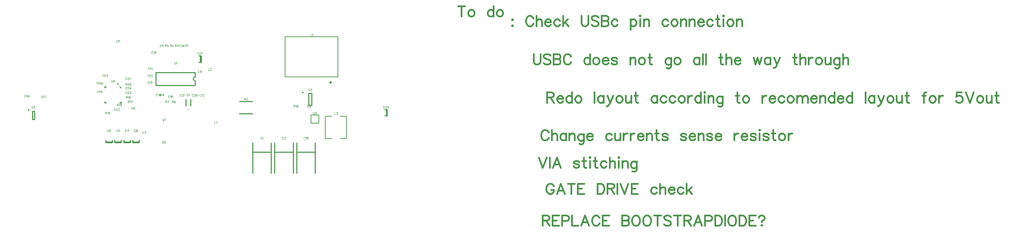
<source format=gbr>
G04 DipTrace 3.3.1.3*
G04 TopAssy.gbr*
%MOMM*%
G04 #@! TF.FileFunction,Drawing,Top*
G04 #@! TF.Part,Single*
%ADD10C,0.25*%
%ADD28O,0.23999X0.23961*%
%ADD30O,0.39176X0.39154*%
%ADD33C,0.127*%
%ADD34C,0.6096*%
%ADD50C,0.15*%
%ADD54O,0.39103X0.39118*%
%ADD56O,0.39072X0.41272*%
%ADD148C,0.07843*%
%ADD149C,0.39216*%
%FSLAX35Y35*%
G04*
G71*
G90*
G75*
G01*
G04 TopAssy*
%LPD*%
X5421800Y1949777D2*
D10*
Y1189789D1*
X4961800Y1949777D2*
Y1189789D1*
X5421800Y1719819D2*
X4961800D1*
X5970677Y1949777D2*
Y1189789D1*
X5510677Y1949777D2*
Y1189789D1*
X5970677Y1719819D2*
X5510677D1*
X1477597Y1971177D2*
X1317757D1*
X1477597Y1952257D2*
X1317757D1*
X1477597D2*
Y2012097D1*
X1317757Y1952257D2*
Y2012097D1*
X1699840Y1971177D2*
X1540000D1*
X1699840Y1952257D2*
X1540000D1*
X1699840D2*
Y2012097D1*
X1540000Y1952257D2*
Y2012097D1*
X1922093Y1971177D2*
X1762253D1*
X1922093Y1952257D2*
X1762253D1*
X1922093D2*
Y2012097D1*
X1762253Y1952257D2*
Y2012097D1*
X2144343Y1971177D2*
X1984503D1*
X2144343Y1952257D2*
X1984503D1*
X2144343D2*
Y2012097D1*
X1984503Y1952257D2*
Y2012097D1*
X3665800Y4112847D2*
Y3953007D1*
X3684720Y4112847D2*
Y3953007D1*
Y4112847D2*
X3624880D1*
X3684720Y3953007D2*
X3624880D1*
X6517177Y1949777D2*
Y1189789D1*
X6057177Y1949777D2*
Y1189789D1*
X6517177Y1719819D2*
X6057177D1*
X8285427Y2779347D2*
Y2619507D1*
X8304347Y2779347D2*
Y2619507D1*
Y2779347D2*
X8244507D1*
X8304347Y2619507D2*
X8244507D1*
X3306178Y2873414D2*
Y3033411D1*
X3426175Y2873414D2*
Y3033411D1*
D28*
X3366177Y2779414D3*
D30*
X-594065Y2767765D3*
X-506687Y2734429D2*
D10*
Y2534412D1*
X-456713D1*
Y2734429D1*
X-506687D1*
X7084238Y3584896D2*
D33*
X5774362D1*
Y4584967D1*
X7084238D1*
Y3584896D1*
X6863362D1*
X5991300D2*
X5774362D1*
X7084238Y3854953D2*
Y4209926D1*
X5774362Y3851937D2*
Y4207954D1*
X7084238Y4452954D2*
Y4584967D1*
X5774362D1*
Y4449938D1*
X6898238Y3454914D2*
D34*
X6898240Y3454982D1*
X6898248Y3455051D1*
X6898260Y3455119D1*
X6898277Y3455185D1*
X6898300Y3455251D1*
X6898327Y3455315D1*
X6898358Y3455377D1*
X6898394Y3455436D1*
X6898434Y3455493D1*
X6898479Y3455548D1*
X6898527Y3455599D1*
X6898579Y3455646D1*
X6898634Y3455691D1*
X6898692Y3455731D1*
X6898753Y3455768D1*
X6898817Y3455800D1*
X6898882Y3455828D1*
X6898950Y3455851D1*
X6899019Y3455870D1*
X6899090Y3455885D1*
X6899161Y3455894D1*
X6899233Y3455899D1*
X6899305D1*
X6899377Y3455894D1*
X6899448Y3455885D1*
X6899518Y3455870D1*
X6899587Y3455851D1*
X6899655Y3455828D1*
X6899721Y3455800D1*
X6899784Y3455768D1*
X6899845Y3455731D1*
X6899904Y3455691D1*
X6899959Y3455646D1*
X6900011Y3455599D1*
X6900059Y3455548D1*
X6900103Y3455493D1*
X6900143Y3455436D1*
X6900179Y3455377D1*
X6900211Y3455315D1*
X6900238Y3455251D1*
X6900260Y3455185D1*
X6900277Y3455119D1*
X6900290Y3455051D1*
X6900297Y3454982D1*
X6900300Y3454914D1*
X6900297Y3454845D1*
X6900290Y3454776D1*
X6900277Y3454709D1*
X6900260Y3454642D1*
X6900238Y3454576D1*
X6900211Y3454513D1*
X6900179Y3454451D1*
X6900143Y3454391D1*
X6900103Y3454334D1*
X6900059Y3454280D1*
X6900011Y3454229D1*
X6899959Y3454181D1*
X6899904Y3454137D1*
X6899845Y3454096D1*
X6899784Y3454060D1*
X6899721Y3454027D1*
X6899655Y3453999D1*
X6899587Y3453976D1*
X6899518Y3453957D1*
X6899448Y3453943D1*
X6899377Y3453933D1*
X6899305Y3453928D1*
X6899233D1*
X6899161Y3453933D1*
X6899090Y3453943D1*
X6899019Y3453957D1*
X6898950Y3453976D1*
X6898882Y3453999D1*
X6898817Y3454027D1*
X6898753Y3454060D1*
X6898692Y3454096D1*
X6898634Y3454137D1*
X6898579Y3454181D1*
X6898527Y3454229D1*
X6898479Y3454280D1*
X6898434Y3454334D1*
X6898394Y3454391D1*
X6898358Y3454451D1*
X6898327Y3454513D1*
X6898300Y3454576D1*
X6898277Y3454642D1*
X6898260Y3454709D1*
X6898248Y3454776D1*
X6898240Y3454845D1*
X6898238Y3454914D1*
X6689362Y3584896D2*
D33*
X6619237D1*
X6449362D2*
X6409238D1*
X6239363D2*
X6169238D1*
X5774362D2*
Y3603921D1*
X7084238Y3584896D2*
Y3602877D1*
X7298300Y2057943D2*
Y2607903D1*
X6768300D2*
Y2057943D1*
X6930321D1*
X7139300D2*
X7298300D1*
X6768300Y2607903D2*
X6932282D1*
X7134318D2*
X7298300D1*
X4635083Y2976507D2*
D10*
X4954763D1*
X4635083Y2676347D2*
X4954763D1*
X3538623Y3701159D2*
X2558723D1*
X3538623Y3380441D2*
X2558723D1*
Y3701159D2*
Y3380441D1*
X3538623Y3701159D2*
Y3590942D1*
Y3490658D2*
Y3380441D1*
Y3590942D2*
G03X3538623Y3490658I167J-50142D01*
G01*
X6609555Y2440677D2*
D50*
X6409539D1*
Y2640677D1*
X6609555D1*
Y2440677D1*
D54*
X6213198Y3196411D3*
X6350525Y3183044D2*
D10*
Y2883050D1*
X6430511Y3183044D2*
Y2883050D1*
X6350525D2*
X6430511D1*
X6350525Y3183044D2*
X6430511D1*
X1665119Y3344699D2*
X1694863Y3314395D1*
X1294991Y3344699D2*
Y3314395D1*
Y3344699D2*
X1324735D1*
X1294991Y2944320D2*
X1324735D1*
X1294991D2*
Y2974624D1*
X1694863Y2944320D2*
X1665119D1*
X1694863D2*
Y2974624D1*
D56*
X1619535Y3413954D3*
X5196086Y2082065D2*
D148*
X5193671Y2086895D1*
X5188786Y2091780D1*
X5183957Y2094195D1*
X5174242D1*
X5169357Y2091780D1*
X5164528Y2086895D1*
X5162057Y2082065D1*
X5159642Y2074765D1*
Y2062580D1*
X5162057Y2055336D1*
X5164528Y2050451D1*
X5169357Y2045622D1*
X5174242Y2043151D1*
X5183957D1*
X5188786Y2045622D1*
X5193671Y2050451D1*
X5196086Y2055336D1*
X5211772Y2084424D2*
X5216658Y2086895D1*
X5223958Y2094138D1*
Y2043151D1*
X5734041Y2082065D2*
X5731626Y2086895D1*
X5726741Y2091780D1*
X5721912Y2094195D1*
X5712197D1*
X5707312Y2091780D1*
X5702482Y2086895D1*
X5700012Y2082065D1*
X5697597Y2074765D1*
Y2062580D1*
X5700012Y2055336D1*
X5702482Y2050451D1*
X5707312Y2045622D1*
X5712197Y2043151D1*
X5721912D1*
X5726741Y2045622D1*
X5731626Y2050451D1*
X5734041Y2055336D1*
X5752198Y2082009D2*
Y2084424D1*
X5754612Y2089309D1*
X5757027Y2091724D1*
X5761912Y2094138D1*
X5771627D1*
X5776456Y2091724D1*
X5778871Y2089309D1*
X5781342Y2084424D1*
Y2079595D1*
X5778871Y2074709D1*
X5774042Y2067465D1*
X5749727Y2043151D1*
X5783756D1*
X2264164Y2224692D2*
X2261750Y2229521D1*
X2256864Y2234407D1*
X2252035Y2236821D1*
X2242320D1*
X2237435Y2234407D1*
X2232606Y2229521D1*
X2230135Y2224692D1*
X2227720Y2217392D1*
Y2205207D1*
X2230135Y2197963D1*
X2232606Y2193077D1*
X2237435Y2188248D1*
X2242320Y2185777D1*
X2252035D1*
X2256864Y2188248D1*
X2261750Y2193077D1*
X2264164Y2197963D1*
X2284736Y2236765D2*
X2311409D1*
X2296865Y2217336D1*
X2304165D1*
X2308994Y2214921D1*
X2311409Y2212507D1*
X2313880Y2205207D1*
Y2200377D1*
X2311409Y2193077D1*
X2306580Y2188192D1*
X2299280Y2185777D1*
X2291980D1*
X2284736Y2188192D1*
X2282321Y2190663D1*
X2279850Y2195492D1*
X1391041Y2264442D2*
X1388626Y2269271D1*
X1383741Y2274157D1*
X1378912Y2276571D1*
X1369197D1*
X1364312Y2274157D1*
X1359482Y2269271D1*
X1357012Y2264442D1*
X1354597Y2257142D1*
Y2244957D1*
X1357012Y2237713D1*
X1359482Y2232827D1*
X1364312Y2227998D1*
X1369197Y2225527D1*
X1378912D1*
X1383741Y2227998D1*
X1388626Y2232827D1*
X1391041Y2237713D1*
X1435871Y2276515D2*
X1411612D1*
X1409198Y2254671D1*
X1411612Y2257086D1*
X1418912Y2259557D1*
X1426156D1*
X1433456Y2257086D1*
X1438342Y2252257D1*
X1440756Y2244957D1*
Y2240127D1*
X1438342Y2232827D1*
X1433456Y2227942D1*
X1426156Y2225527D1*
X1418912D1*
X1411612Y2227942D1*
X1409198Y2230413D1*
X1406727Y2235242D1*
X1614520Y2264442D2*
X1612105Y2269271D1*
X1607220Y2274157D1*
X1602390Y2276571D1*
X1592676D1*
X1587790Y2274157D1*
X1582961Y2269271D1*
X1580490Y2264442D1*
X1578076Y2257142D1*
Y2244957D1*
X1580490Y2237713D1*
X1582961Y2232827D1*
X1587790Y2227998D1*
X1592676Y2225527D1*
X1602390D1*
X1607220Y2227998D1*
X1612105Y2232827D1*
X1614520Y2237713D1*
X1659350Y2269271D2*
X1656935Y2274101D1*
X1649635Y2276515D1*
X1644806D1*
X1637506Y2274101D1*
X1632620Y2266801D1*
X1630206Y2254671D1*
Y2242542D1*
X1632620Y2232827D1*
X1637506Y2227942D1*
X1644806Y2225527D1*
X1647220D1*
X1654464Y2227942D1*
X1659350Y2232827D1*
X1661764Y2240127D1*
Y2242542D1*
X1659350Y2249842D1*
X1654464Y2254671D1*
X1647220Y2257086D1*
X1644806D1*
X1637506Y2254671D1*
X1632620Y2249842D1*
X1630206Y2242542D1*
X1835538Y2264442D2*
X1833123Y2269271D1*
X1828238Y2274157D1*
X1823408Y2276571D1*
X1813694D1*
X1808808Y2274157D1*
X1803979Y2269271D1*
X1801508Y2264442D1*
X1799094Y2257142D1*
Y2244957D1*
X1801508Y2237713D1*
X1803979Y2232827D1*
X1808808Y2227998D1*
X1813694Y2225527D1*
X1823408D1*
X1828238Y2227998D1*
X1833123Y2232827D1*
X1835538Y2237713D1*
X1860938Y2225527D2*
X1885253Y2276515D1*
X1851224D1*
X2057816Y2264442D2*
X2055401Y2269271D1*
X2050516Y2274157D1*
X2045686Y2276571D1*
X2035972D1*
X2031086Y2274157D1*
X2026257Y2269271D1*
X2023786Y2264442D1*
X2021372Y2257142D1*
Y2244957D1*
X2023786Y2237713D1*
X2026257Y2232827D1*
X2031086Y2227998D1*
X2035972Y2225527D1*
X2045686D1*
X2050516Y2227998D1*
X2055401Y2232827D1*
X2057816Y2237713D1*
X2085631Y2276515D2*
X2078387Y2274101D1*
X2075916Y2269271D1*
Y2264386D1*
X2078387Y2259557D1*
X2083216Y2257086D1*
X2092931Y2254671D1*
X2100231Y2252257D1*
X2105060Y2247371D1*
X2107475Y2242542D1*
Y2235242D1*
X2105060Y2230413D1*
X2102646Y2227942D1*
X2095346Y2225527D1*
X2085631D1*
X2078387Y2227942D1*
X2075916Y2230413D1*
X2073502Y2235242D1*
Y2242542D1*
X2075916Y2247371D1*
X2080802Y2252257D1*
X2088046Y2254671D1*
X2097760Y2257086D1*
X2102646Y2259557D1*
X2105060Y2264386D1*
Y2269271D1*
X2102646Y2274101D1*
X2095346Y2276515D1*
X2085631D1*
X3646498Y3737442D2*
X3644084Y3742271D1*
X3639198Y3747157D1*
X3634369Y3749571D1*
X3624654D1*
X3619769Y3747157D1*
X3614940Y3742271D1*
X3612469Y3737442D1*
X3610054Y3730142D1*
Y3717957D1*
X3612469Y3710713D1*
X3614940Y3705827D1*
X3619769Y3700998D1*
X3624654Y3698527D1*
X3634369D1*
X3639198Y3700998D1*
X3644084Y3705827D1*
X3646498Y3710713D1*
X3693799Y3732557D2*
X3691328Y3725257D1*
X3686499Y3720371D1*
X3679199Y3717957D1*
X3676784D1*
X3669484Y3720371D1*
X3664655Y3725257D1*
X3662184Y3732557D1*
Y3734971D1*
X3664655Y3742271D1*
X3669484Y3747101D1*
X3676784Y3749515D1*
X3679199D1*
X3686499Y3747101D1*
X3691328Y3742271D1*
X3693799Y3732557D1*
Y3720371D1*
X3691328Y3708242D1*
X3686499Y3700942D1*
X3679199Y3698527D1*
X3674370D1*
X3667070Y3700942D1*
X3664655Y3705827D1*
X3184855Y4378065D2*
X3182440Y4382895D1*
X3177555Y4387780D1*
X3172726Y4390195D1*
X3163011D1*
X3158126Y4387780D1*
X3153297Y4382895D1*
X3150826Y4378065D1*
X3148411Y4370765D1*
Y4358580D1*
X3150826Y4351336D1*
X3153297Y4346451D1*
X3158126Y4341622D1*
X3163011Y4339151D1*
X3172726D1*
X3177555Y4341622D1*
X3182440Y4346451D1*
X3184855Y4351336D1*
X3200541Y4380424D2*
X3205427Y4382895D1*
X3212727Y4390138D1*
Y4339151D1*
X3243013Y4390138D2*
X3235713Y4387724D1*
X3230828Y4380424D1*
X3228413Y4368295D1*
Y4360995D1*
X3230828Y4348865D1*
X3235713Y4341565D1*
X3243013Y4339151D1*
X3247842D1*
X3255142Y4341565D1*
X3259971Y4348865D1*
X3262442Y4360995D1*
Y4368295D1*
X3259971Y4380424D1*
X3255142Y4387724D1*
X3247842Y4390138D1*
X3243013D1*
X3259971Y4380424D2*
X3230828Y4348865D1*
X2695777Y4378065D2*
X2693362Y4382895D1*
X2688477Y4387780D1*
X2683648Y4390195D1*
X2673933D1*
X2669048Y4387780D1*
X2664218Y4382895D1*
X2661748Y4378065D1*
X2659333Y4370765D1*
Y4358580D1*
X2661748Y4351336D1*
X2664218Y4346451D1*
X2669048Y4341622D1*
X2673933Y4339151D1*
X2683648D1*
X2688477Y4341622D1*
X2693362Y4346451D1*
X2695777Y4351336D1*
X2711463Y4380424D2*
X2716349Y4382895D1*
X2723649Y4390138D1*
Y4339151D1*
X2739335Y4380424D2*
X2744220Y4382895D1*
X2751520Y4390138D1*
Y4339151D1*
X3186852Y3145442D2*
X3184437Y3150271D1*
X3179552Y3155157D1*
X3174722Y3157571D1*
X3165008D1*
X3160122Y3155157D1*
X3155293Y3150271D1*
X3152822Y3145442D1*
X3150408Y3138142D1*
Y3125957D1*
X3152822Y3118713D1*
X3155293Y3113827D1*
X3160122Y3108998D1*
X3165008Y3106527D1*
X3174722D1*
X3179552Y3108998D1*
X3184437Y3113827D1*
X3186852Y3118713D1*
X3202538Y3147801D2*
X3207423Y3150271D1*
X3214723Y3157515D1*
Y3106527D1*
X3232880Y3145386D2*
Y3147801D1*
X3235295Y3152686D1*
X3237710Y3155101D1*
X3242595Y3157515D1*
X3252310D1*
X3257139Y3155101D1*
X3259553Y3152686D1*
X3262024Y3147801D1*
Y3142971D1*
X3259553Y3138086D1*
X3254724Y3130842D1*
X3230410Y3106527D1*
X3264439D1*
X3678978Y3145442D2*
X3676564Y3150271D1*
X3671678Y3155157D1*
X3666849Y3157571D1*
X3657134D1*
X3652249Y3155157D1*
X3647420Y3150271D1*
X3644949Y3145442D1*
X3642534Y3138142D1*
Y3125957D1*
X3644949Y3118713D1*
X3647420Y3113827D1*
X3652249Y3108998D1*
X3657134Y3106527D1*
X3666849D1*
X3671678Y3108998D1*
X3676564Y3113827D1*
X3678978Y3118713D1*
X3694665Y3147801D2*
X3699550Y3150271D1*
X3706850Y3157515D1*
Y3106527D1*
X3727422Y3157515D2*
X3754095D1*
X3739551Y3138086D1*
X3746851D1*
X3751680Y3135671D1*
X3754095Y3133257D1*
X3756566Y3125957D1*
Y3121127D1*
X3754095Y3113827D1*
X3749266Y3108942D1*
X3741966Y3106527D1*
X3734666D1*
X3727422Y3108942D1*
X3725007Y3111413D1*
X3722536Y3116242D1*
X2598271Y3155942D2*
X2595856Y3160771D1*
X2590971Y3165657D1*
X2586142Y3168071D1*
X2576427D1*
X2571542Y3165657D1*
X2566713Y3160771D1*
X2564242Y3155942D1*
X2561827Y3148642D1*
Y3136457D1*
X2564242Y3129213D1*
X2566713Y3124327D1*
X2571542Y3119498D1*
X2576427Y3117027D1*
X2586142D1*
X2590971Y3119498D1*
X2595856Y3124327D1*
X2598271Y3129213D1*
X2613957Y3158301D2*
X2618843Y3160771D1*
X2626143Y3168015D1*
Y3117027D1*
X2666144D2*
Y3168015D1*
X2641829Y3134042D1*
X2678273D1*
X2393102Y3462942D2*
X2390687Y3467771D1*
X2385802Y3472657D1*
X2380972Y3475071D1*
X2371258D1*
X2366372Y3472657D1*
X2361543Y3467771D1*
X2359072Y3462942D1*
X2356658Y3455642D1*
Y3443457D1*
X2359072Y3436213D1*
X2361543Y3431327D1*
X2366372Y3426498D1*
X2371258Y3424027D1*
X2380972D1*
X2385802Y3426498D1*
X2390687Y3431327D1*
X2393102Y3436213D1*
X2408788Y3465301D2*
X2413673Y3467771D1*
X2420973Y3475015D1*
Y3424027D1*
X2465803Y3475015D2*
X2441545D1*
X2439130Y3453171D1*
X2441545Y3455586D1*
X2448845Y3458057D1*
X2456089D1*
X2463389Y3455586D1*
X2468274Y3450757D1*
X2470689Y3443457D1*
Y3438627D1*
X2468274Y3431327D1*
X2463389Y3426442D1*
X2456089Y3424027D1*
X2448845D1*
X2441545Y3426442D1*
X2439130Y3428913D1*
X2436660Y3433742D1*
X2902337Y3113315D2*
X2899922Y3118145D1*
X2895037Y3123030D1*
X2890208Y3125445D1*
X2880493D1*
X2875608Y3123030D1*
X2870779Y3118145D1*
X2868308Y3113315D1*
X2865893Y3106015D1*
Y3093830D1*
X2868308Y3086586D1*
X2870779Y3081701D1*
X2875608Y3076872D1*
X2880493Y3074401D1*
X2890208D1*
X2895037Y3076872D1*
X2899922Y3081701D1*
X2902337Y3086586D1*
X2918023Y3115674D2*
X2922909Y3118145D1*
X2930209Y3125388D1*
Y3074401D1*
X2975039Y3118145D2*
X2972624Y3122974D1*
X2965324Y3125388D1*
X2960495D1*
X2953195Y3122974D1*
X2948310Y3115674D1*
X2945895Y3103545D1*
Y3091415D1*
X2948310Y3081701D1*
X2953195Y3076815D1*
X2960495Y3074401D1*
X2962910D1*
X2970153Y3076815D1*
X2975039Y3081701D1*
X2977453Y3089001D1*
Y3091415D1*
X2975039Y3098715D1*
X2970153Y3103545D1*
X2962910Y3105959D1*
X2960495D1*
X2953195Y3103545D1*
X2948310Y3098715D1*
X2945895Y3091415D1*
X3634228Y4185192D2*
X3631814Y4190021D1*
X3626928Y4194907D1*
X3622099Y4197321D1*
X3612384D1*
X3607499Y4194907D1*
X3602670Y4190021D1*
X3600199Y4185192D1*
X3597784Y4177892D1*
Y4165707D1*
X3600199Y4158463D1*
X3602670Y4153577D1*
X3607499Y4148748D1*
X3612384Y4146277D1*
X3622099D1*
X3626928Y4148748D1*
X3631814Y4153577D1*
X3634228Y4158463D1*
X3649915Y4187551D2*
X3654800Y4190021D1*
X3662100Y4197265D1*
Y4146277D1*
X3687501D2*
X3711816Y4197265D1*
X3677786D1*
X6266633Y2082065D2*
X6264218Y2086895D1*
X6259333Y2091780D1*
X6254504Y2094195D1*
X6244789D1*
X6239904Y2091780D1*
X6235075Y2086895D1*
X6232604Y2082065D1*
X6230189Y2074765D1*
Y2062580D1*
X6232604Y2055336D1*
X6235075Y2050451D1*
X6239904Y2045622D1*
X6244789Y2043151D1*
X6254504D1*
X6259333Y2045622D1*
X6264218Y2050451D1*
X6266633Y2055336D1*
X6282319Y2084424D2*
X6287205Y2086895D1*
X6294505Y2094138D1*
Y2043151D1*
X6322320Y2094138D2*
X6315076Y2091724D1*
X6312606Y2086895D1*
Y2082009D1*
X6315076Y2077180D1*
X6319906Y2074709D1*
X6329620Y2072295D1*
X6336920Y2069880D1*
X6341749Y2064995D1*
X6344164Y2060165D1*
Y2052865D1*
X6341749Y2048036D1*
X6339335Y2045565D1*
X6332035Y2043151D1*
X6322320D1*
X6315076Y2045565D1*
X6312606Y2048036D1*
X6310191Y2052865D1*
Y2060165D1*
X6312606Y2064995D1*
X6317491Y2069880D1*
X6324735Y2072295D1*
X6334449Y2074709D1*
X6339335Y2077180D1*
X6341749Y2082009D1*
Y2086895D1*
X6339335Y2091724D1*
X6332035Y2094138D1*
X6322320D1*
X2489562Y4213689D2*
X2487148Y4218518D1*
X2482262Y4223403D1*
X2477433Y4225818D1*
X2467718D1*
X2462833Y4223403D1*
X2458004Y4218518D1*
X2455533Y4213689D1*
X2453118Y4206389D1*
Y4194203D1*
X2455533Y4186960D1*
X2458004Y4182074D1*
X2462833Y4177245D1*
X2467718Y4174774D1*
X2477433D1*
X2482262Y4177245D1*
X2487148Y4182074D1*
X2489562Y4186960D1*
X2505249Y4216047D2*
X2510134Y4218518D1*
X2517434Y4225762D1*
Y4174774D1*
X2564735Y4208803D2*
X2562264Y4201503D1*
X2557435Y4196618D1*
X2550135Y4194203D1*
X2547720D1*
X2540420Y4196618D1*
X2535591Y4201503D1*
X2533120Y4208803D1*
Y4211218D1*
X2535591Y4218518D1*
X2540420Y4223347D1*
X2547720Y4225762D1*
X2550135D1*
X2557435Y4223347D1*
X2562264Y4218518D1*
X2564735Y4208803D1*
Y4196618D1*
X2562264Y4184489D1*
X2557435Y4177189D1*
X2550135Y4174774D1*
X2545306D1*
X2538006Y4177189D1*
X2535591Y4182074D1*
X3493433Y3145442D2*
X3491018Y3150271D1*
X3486133Y3155157D1*
X3481304Y3157571D1*
X3471589D1*
X3466704Y3155157D1*
X3461875Y3150271D1*
X3459404Y3145442D1*
X3456989Y3138142D1*
Y3125957D1*
X3459404Y3118713D1*
X3461875Y3113827D1*
X3466704Y3108998D1*
X3471589Y3106527D1*
X3481304D1*
X3486133Y3108998D1*
X3491018Y3113827D1*
X3493433Y3118713D1*
X3511590Y3145386D2*
Y3147801D1*
X3514005Y3152686D1*
X3516419Y3155101D1*
X3521305Y3157515D1*
X3531019D1*
X3535849Y3155101D1*
X3538263Y3152686D1*
X3540734Y3147801D1*
Y3142971D1*
X3538263Y3138086D1*
X3533434Y3130842D1*
X3509119Y3106527D1*
X3543149D1*
X3573435Y3157515D2*
X3566135Y3155101D1*
X3561249Y3147801D1*
X3558835Y3135671D1*
Y3128371D1*
X3561249Y3116242D1*
X3566135Y3108942D1*
X3573435Y3106527D1*
X3578264D1*
X3585564Y3108942D1*
X3590393Y3116242D1*
X3592864Y3128371D1*
Y3135671D1*
X3590393Y3147801D1*
X3585564Y3155101D1*
X3578264Y3157515D1*
X3573435D1*
X3590393Y3147801D2*
X3561249Y3116242D1*
X1847728Y3557815D2*
X1845314Y3562645D1*
X1840428Y3567530D1*
X1835599Y3569945D1*
X1825884D1*
X1820999Y3567530D1*
X1816170Y3562645D1*
X1813699Y3557815D1*
X1811284Y3550515D1*
Y3538330D1*
X1813699Y3531086D1*
X1816170Y3526201D1*
X1820999Y3521372D1*
X1825884Y3518901D1*
X1835599D1*
X1840428Y3521372D1*
X1845314Y3526201D1*
X1847728Y3531086D1*
X1865885Y3557759D2*
Y3560174D1*
X1868300Y3565059D1*
X1870715Y3567474D1*
X1875600Y3569888D1*
X1885315D1*
X1890144Y3567474D1*
X1892558Y3565059D1*
X1895029Y3560174D1*
Y3555345D1*
X1892558Y3550459D1*
X1887729Y3543215D1*
X1863415Y3518901D1*
X1897444D1*
X1913130Y3560174D2*
X1918016Y3562645D1*
X1925316Y3569888D1*
Y3518901D1*
X1556680Y2792315D2*
X1554265Y2797145D1*
X1549380Y2802030D1*
X1544551Y2804445D1*
X1534836D1*
X1529951Y2802030D1*
X1525121Y2797145D1*
X1522651Y2792315D1*
X1520236Y2785015D1*
Y2772830D1*
X1522651Y2765586D1*
X1525121Y2760701D1*
X1529951Y2755872D1*
X1534836Y2753401D1*
X1544551D1*
X1549380Y2755872D1*
X1554265Y2760701D1*
X1556680Y2765586D1*
X1574837Y2792259D2*
Y2794674D1*
X1577251Y2799559D1*
X1579666Y2801974D1*
X1584551Y2804388D1*
X1594266D1*
X1599095Y2801974D1*
X1601510Y2799559D1*
X1603981Y2794674D1*
Y2789845D1*
X1601510Y2784959D1*
X1596681Y2777715D1*
X1572366Y2753401D1*
X1606395D1*
X1624552Y2792259D2*
Y2794674D1*
X1626967Y2799559D1*
X1629382Y2801974D1*
X1634267Y2804388D1*
X1643982D1*
X1648811Y2801974D1*
X1651225Y2799559D1*
X1653696Y2794674D1*
Y2789845D1*
X1651225Y2784959D1*
X1646396Y2777715D1*
X1622082Y2753401D1*
X1656111D1*
X1843930Y3209439D2*
X1841515Y3214268D1*
X1836630Y3219153D1*
X1831801Y3221568D1*
X1822086D1*
X1817201Y3219153D1*
X1812371Y3214268D1*
X1809901Y3209439D1*
X1807486Y3202139D1*
Y3189953D1*
X1809901Y3182710D1*
X1812371Y3177824D1*
X1817201Y3172995D1*
X1822086Y3170524D1*
X1831801D1*
X1836630Y3172995D1*
X1841515Y3177824D1*
X1843930Y3182710D1*
X1862087Y3209383D2*
Y3211797D1*
X1864501Y3216683D1*
X1866916Y3219097D1*
X1871801Y3221512D1*
X1881516D1*
X1886345Y3219097D1*
X1888760Y3216683D1*
X1891231Y3211797D1*
Y3206968D1*
X1888760Y3202083D1*
X1883931Y3194839D1*
X1859616Y3170524D1*
X1893645D1*
X1914217Y3221512D2*
X1940890D1*
X1926346Y3202083D1*
X1933646D1*
X1938475Y3199668D1*
X1940890Y3197253D1*
X1943361Y3189953D1*
Y3185124D1*
X1940890Y3177824D1*
X1936061Y3172939D1*
X1928761Y3170524D1*
X1921461D1*
X1914217Y3172939D1*
X1911802Y3175410D1*
X1909332Y3180239D1*
X1842722Y3320565D2*
X1840308Y3325395D1*
X1835422Y3330280D1*
X1830593Y3332695D1*
X1820879D1*
X1815993Y3330280D1*
X1811164Y3325395D1*
X1808693Y3320565D1*
X1806279Y3313265D1*
Y3301080D1*
X1808693Y3293836D1*
X1811164Y3288951D1*
X1815993Y3284122D1*
X1820879Y3281651D1*
X1830593D1*
X1835422Y3284122D1*
X1840308Y3288951D1*
X1842722Y3293836D1*
X1860879Y3320509D2*
Y3322924D1*
X1863294Y3327809D1*
X1865709Y3330224D1*
X1870594Y3332638D1*
X1880309D1*
X1885138Y3330224D1*
X1887553Y3327809D1*
X1890023Y3322924D1*
Y3318095D1*
X1887553Y3313209D1*
X1882723Y3305965D1*
X1858409Y3281651D1*
X1892438D1*
X1932439D2*
Y3332638D1*
X1908124Y3298665D1*
X1944568D1*
X8242933Y2851692D2*
X8240518Y2856521D1*
X8235633Y2861407D1*
X8230804Y2863821D1*
X8221089D1*
X8216204Y2861407D1*
X8211375Y2856521D1*
X8208904Y2851692D1*
X8206489Y2844392D1*
Y2832207D1*
X8208904Y2824963D1*
X8211375Y2820077D1*
X8216204Y2815248D1*
X8221089Y2812777D1*
X8230804D1*
X8235633Y2815248D1*
X8240518Y2820077D1*
X8242933Y2824963D1*
X8261090Y2851636D2*
Y2854051D1*
X8263505Y2858936D1*
X8265919Y2861351D1*
X8270805Y2863765D1*
X8280519D1*
X8285349Y2861351D1*
X8287763Y2858936D1*
X8290234Y2854051D1*
Y2849221D1*
X8287763Y2844336D1*
X8282934Y2837092D1*
X8258619Y2812777D1*
X8292649D1*
X8337479Y2863765D2*
X8313220D1*
X8310806Y2841921D1*
X8313220Y2844336D1*
X8320520Y2846807D1*
X8327764D1*
X8335064Y2844336D1*
X8339949Y2839507D1*
X8342364Y2832207D1*
Y2827377D1*
X8339949Y2820077D1*
X8335064Y2815192D1*
X8327764Y2812777D1*
X8320520D1*
X8313220Y2815192D1*
X8310806Y2817663D1*
X8308335Y2822492D1*
X3335226Y3167821D2*
Y3116777D1*
X3352241D1*
X3359541Y3119248D1*
X3364426Y3124077D1*
X3366841Y3128963D1*
X3369255Y3136207D1*
Y3148392D1*
X3366841Y3155692D1*
X3364426Y3160521D1*
X3359541Y3165407D1*
X3352241Y3167821D1*
X3335226D1*
X3384942Y3158051D2*
X3389827Y3160521D1*
X3397127Y3167765D1*
Y3116777D1*
X-523572Y2861736D2*
Y2810692D1*
X-506558D1*
X-499258Y2813163D1*
X-494372Y2817992D1*
X-491958Y2822878D1*
X-489543Y2830122D1*
Y2842307D1*
X-491958Y2849607D1*
X-494372Y2854436D1*
X-499258Y2859322D1*
X-506558Y2861736D1*
X-523572D1*
X-471386Y2849551D2*
Y2851966D1*
X-468971Y2856851D1*
X-466557Y2859266D1*
X-461671Y2861680D1*
X-451957D1*
X-447128Y2859266D1*
X-444713Y2856851D1*
X-442242Y2851966D1*
Y2847136D1*
X-444713Y2842251D1*
X-449542Y2835007D1*
X-473857Y2810692D1*
X-439828D1*
X-698635Y3136321D2*
Y3085277D1*
X-681620D1*
X-674320Y3087748D1*
X-669435Y3092577D1*
X-667020Y3097463D1*
X-664606Y3104707D1*
Y3116892D1*
X-667020Y3124192D1*
X-669435Y3129021D1*
X-674320Y3133907D1*
X-681620Y3136321D1*
X-698635D1*
X-648919Y3126551D2*
X-644034Y3129021D1*
X-636734Y3136265D1*
Y3085277D1*
X-606448Y3136265D2*
X-613748Y3133851D1*
X-618633Y3126551D1*
X-621048Y3114421D1*
Y3107121D1*
X-618633Y3094992D1*
X-613748Y3087692D1*
X-606448Y3085277D1*
X-601618D1*
X-594318Y3087692D1*
X-589489Y3094992D1*
X-587018Y3107121D1*
Y3114421D1*
X-589489Y3126551D1*
X-594318Y3133851D1*
X-601618Y3136265D1*
X-606448D1*
X-589489Y3126551D2*
X-618633Y3094992D1*
X-274963Y3120445D2*
Y3069401D1*
X-257948D1*
X-250648Y3071872D1*
X-245763Y3076701D1*
X-243348Y3081586D1*
X-240934Y3088830D1*
Y3101015D1*
X-243348Y3108315D1*
X-245763Y3113145D1*
X-250648Y3118030D1*
X-257948Y3120445D1*
X-274963D1*
X-225247Y3110674D2*
X-220362Y3113145D1*
X-213062Y3120388D1*
Y3069401D1*
X-197376Y3110674D2*
X-192490Y3113145D1*
X-185190Y3120388D1*
Y3069401D1*
X6427521Y4659361D2*
Y4620503D1*
X6425107Y4613203D1*
X6422636Y4610788D1*
X6417807Y4608317D1*
X6412921D1*
X6408092Y4610788D1*
X6405678Y4613203D1*
X6403207Y4620503D1*
Y4625332D1*
X6443208Y4649591D2*
X6448093Y4652061D1*
X6455393Y4659305D1*
Y4608317D1*
X4015792Y2478695D2*
Y2427651D1*
X4044936D1*
X4060622Y2468924D2*
X4065508Y2471395D1*
X4072808Y2478638D1*
Y2427651D1*
X3866494Y3804695D2*
Y3753651D1*
X3895638D1*
X3913795Y3792509D2*
Y3794924D1*
X3916209Y3799809D1*
X3918624Y3802224D1*
X3923509Y3804638D1*
X3933224D1*
X3938053Y3802224D1*
X3940468Y3799809D1*
X3942938Y3794924D1*
Y3790095D1*
X3940468Y3785209D1*
X3935638Y3777965D1*
X3911324Y3753651D1*
X3945353D1*
X6993870Y2707318D2*
Y2656274D1*
X7023014D1*
X7043586Y2707262D2*
X7070259D1*
X7055715Y2687833D1*
X7063015D1*
X7067844Y2685418D1*
X7070259Y2683003D1*
X7072730Y2675703D1*
Y2670874D1*
X7070259Y2663574D1*
X7065430Y2658689D1*
X7058130Y2656274D1*
X7050830D1*
X7043586Y2658689D1*
X7041171Y2661160D1*
X7038700Y2665989D1*
X2744130Y2549821D2*
X2739301Y2547463D1*
X2734416Y2542577D1*
X2732001Y2537692D1*
X2729530Y2530392D1*
Y2518263D1*
X2732001Y2510963D1*
X2734416Y2506134D1*
X2739301Y2501248D1*
X2744130Y2498834D1*
X2753845D1*
X2758730Y2501248D1*
X2763559Y2506134D1*
X2765974Y2510963D1*
X2768445Y2518263D1*
Y2530392D1*
X2765974Y2537692D1*
X2763559Y2542577D1*
X2758730Y2547463D1*
X2753845Y2549821D1*
X2744130D1*
X2751430Y2508548D2*
X2765974Y2493948D1*
X2784131Y2540051D2*
X2789016Y2542521D1*
X2796316Y2549765D1*
Y2498777D1*
X2733208Y1994198D2*
X2728379Y1991840D1*
X2723494Y1986954D1*
X2721079Y1982069D1*
X2718608Y1974769D1*
Y1962640D1*
X2721079Y1955340D1*
X2723494Y1950510D1*
X2728379Y1945625D1*
X2733208Y1943210D1*
X2742923D1*
X2747808Y1945625D1*
X2752638Y1950510D1*
X2755052Y1955340D1*
X2757523Y1962640D1*
Y1974769D1*
X2755052Y1982069D1*
X2752638Y1986954D1*
X2747808Y1991840D1*
X2742923Y1994198D1*
X2733208D1*
X2740508Y1952925D2*
X2755052Y1938325D1*
X2775680Y1982013D2*
Y1984427D1*
X2778095Y1989313D1*
X2780509Y1991727D1*
X2785395Y1994142D1*
X2795109D1*
X2799938Y1991727D1*
X2802353Y1989313D1*
X2804824Y1984427D1*
Y1979598D1*
X2802353Y1974713D1*
X2797524Y1967469D1*
X2773209Y1943154D1*
X2807238D1*
X1968267Y2839195D2*
X1963438Y2836836D1*
X1958552Y2831951D1*
X1956138Y2827065D1*
X1953667Y2819765D1*
Y2807636D1*
X1956138Y2800336D1*
X1958552Y2795507D1*
X1963438Y2790622D1*
X1968267Y2788207D1*
X1977982D1*
X1982867Y2790622D1*
X1987696Y2795507D1*
X1990111Y2800336D1*
X1992582Y2807636D1*
Y2819765D1*
X1990111Y2827065D1*
X1987696Y2831951D1*
X1982867Y2836836D1*
X1977982Y2839195D1*
X1968267D1*
X1975567Y2797922D2*
X1990111Y2783322D1*
X2037412Y2831895D2*
X2034997Y2836724D1*
X2027697Y2839138D1*
X2022868D1*
X2015568Y2836724D1*
X2010682Y2829424D1*
X2008268Y2817295D1*
Y2805165D1*
X2010682Y2795451D1*
X2015568Y2790565D1*
X2022868Y2788151D1*
X2025282D1*
X2032526Y2790565D1*
X2037412Y2795451D1*
X2039826Y2802751D1*
Y2805165D1*
X2037412Y2812465D1*
X2032526Y2817295D1*
X2025282Y2819709D1*
X2022868D1*
X2015568Y2817295D1*
X2010682Y2812465D1*
X2008268Y2805165D1*
X3299476Y4365880D2*
X3321320D1*
X3328620Y4368351D1*
X3331091Y4370765D1*
X3333505Y4375595D1*
Y4380480D1*
X3331091Y4385309D1*
X3328620Y4387780D1*
X3321320Y4390195D1*
X3299476D1*
Y4339151D1*
X3316491Y4365880D2*
X3333505Y4339151D1*
X3349192Y4380424D2*
X3354077Y4382895D1*
X3361377Y4390138D1*
Y4339151D1*
X2788554Y4365880D2*
X2810398D1*
X2817698Y4368351D1*
X2820169Y4370765D1*
X2822584Y4375595D1*
Y4380480D1*
X2820169Y4385309D1*
X2817698Y4387780D1*
X2810398Y4390195D1*
X2788554D1*
Y4339151D1*
X2805569Y4365880D2*
X2822584Y4339151D1*
X2840741Y4378009D2*
Y4380424D1*
X2843155Y4385309D1*
X2845570Y4387724D1*
X2850455Y4390138D1*
X2860170D1*
X2864999Y4387724D1*
X2867414Y4385309D1*
X2869884Y4380424D1*
Y4375595D1*
X2867414Y4370709D1*
X2862584Y4363465D1*
X2838270Y4339151D1*
X2872299D1*
X4753051Y3036507D2*
X4774895D1*
X4782195Y3038977D1*
X4784666Y3041392D1*
X4787080Y3046221D1*
Y3051107D1*
X4784666Y3055936D1*
X4782195Y3058407D1*
X4774895Y3060821D1*
X4753051D1*
Y3009777D1*
X4770066Y3036507D2*
X4787080Y3009777D1*
X4807652Y3060765D2*
X4834325D1*
X4819781Y3041336D1*
X4827081D1*
X4831910Y3038921D1*
X4834325Y3036507D1*
X4836796Y3029207D1*
Y3024377D1*
X4834325Y3017077D1*
X4829496Y3012192D1*
X4822196Y3009777D1*
X4814896D1*
X4807652Y3012192D1*
X4805237Y3014663D1*
X4802766Y3019492D1*
X2672224Y3143757D2*
X2694068D1*
X2701368Y3146227D1*
X2703838Y3148642D1*
X2706253Y3153471D1*
Y3158357D1*
X2703838Y3163186D1*
X2701368Y3165657D1*
X2694068Y3168071D1*
X2672224D1*
Y3117027D1*
X2689238Y3143757D2*
X2706253Y3117027D1*
X2746254D2*
Y3168015D1*
X2721939Y3134042D1*
X2758383D1*
X3038554Y4365880D2*
X3060398D1*
X3067698Y4368351D1*
X3070169Y4370765D1*
X3072584Y4375595D1*
Y4380480D1*
X3070169Y4385309D1*
X3067698Y4387780D1*
X3060398Y4390195D1*
X3038554D1*
Y4339151D1*
X3055569Y4365880D2*
X3072584Y4339151D1*
X3117414Y4390138D2*
X3093155D1*
X3090741Y4368295D1*
X3093155Y4370709D1*
X3100455Y4373180D1*
X3107699D1*
X3114999Y4370709D1*
X3119884Y4365880D1*
X3122299Y4358580D1*
Y4353751D1*
X3119884Y4346451D1*
X3114999Y4341565D1*
X3107699Y4339151D1*
X3100455D1*
X3093155Y4341565D1*
X3090741Y4344036D1*
X3088270Y4348865D1*
X2914790Y4365880D2*
X2936634D1*
X2943934Y4368351D1*
X2946404Y4370765D1*
X2948819Y4375595D1*
Y4380480D1*
X2946404Y4385309D1*
X2943934Y4387780D1*
X2936634Y4390195D1*
X2914790D1*
Y4339151D1*
X2931804Y4365880D2*
X2948819Y4339151D1*
X2993649Y4382895D2*
X2991234Y4387724D1*
X2983934Y4390138D1*
X2979105D1*
X2971805Y4387724D1*
X2966920Y4380424D1*
X2964505Y4368295D1*
Y4356165D1*
X2966920Y4346451D1*
X2971805Y4341565D1*
X2979105Y4339151D1*
X2981520D1*
X2988764Y4341565D1*
X2993649Y4346451D1*
X2996064Y4353751D1*
Y4356165D1*
X2993649Y4363465D1*
X2988764Y4368295D1*
X2981520Y4370709D1*
X2979105D1*
X2971805Y4368295D1*
X2966920Y4363465D1*
X2964505Y4356165D1*
X2800428Y2968880D2*
X2822271D1*
X2829571Y2971351D1*
X2832042Y2973765D1*
X2834457Y2978595D1*
Y2983480D1*
X2832042Y2988309D1*
X2829571Y2990780D1*
X2822271Y2993195D1*
X2800428D1*
Y2942151D1*
X2817442Y2968880D2*
X2834457Y2942151D1*
X2859858D2*
X2884172Y2993138D1*
X2850143D1*
X2959202Y2968880D2*
X2981046D1*
X2988346Y2971351D1*
X2990817Y2973765D1*
X2993232Y2978595D1*
Y2983480D1*
X2990817Y2988309D1*
X2988346Y2990780D1*
X2981046Y2993195D1*
X2959202D1*
Y2942151D1*
X2976217Y2968880D2*
X2993232Y2942151D1*
X3021047Y2993138D2*
X3013803Y2990724D1*
X3011332Y2985895D1*
Y2981009D1*
X3013803Y2976180D1*
X3018632Y2973709D1*
X3028347Y2971295D1*
X3035647Y2968880D1*
X3040476Y2963995D1*
X3042891Y2959165D1*
Y2951865D1*
X3040476Y2947036D1*
X3038062Y2944565D1*
X3030762Y2942151D1*
X3021047D1*
X3013803Y2944565D1*
X3011332Y2947036D1*
X3008918Y2951865D1*
Y2959165D1*
X3011332Y2963995D1*
X3016218Y2968880D1*
X3023462Y2971295D1*
X3033176Y2973709D1*
X3038062Y2976180D1*
X3040476Y2981009D1*
Y2985895D1*
X3038062Y2990724D1*
X3030762Y2993138D1*
X3021047D1*
X6320258Y2863007D2*
X6342102D1*
X6349402Y2865477D1*
X6351873Y2867892D1*
X6354288Y2872721D1*
Y2877607D1*
X6351873Y2882436D1*
X6349402Y2884907D1*
X6342102Y2887321D1*
X6320258D1*
Y2836277D1*
X6337273Y2863007D2*
X6354288Y2836277D1*
X6401588Y2870307D2*
X6399118Y2863007D1*
X6394288Y2858121D1*
X6386988Y2855707D1*
X6384574D1*
X6377274Y2858121D1*
X6372445Y2863007D1*
X6369974Y2870307D1*
Y2872721D1*
X6372445Y2880021D1*
X6377274Y2884851D1*
X6384574Y2887265D1*
X6386988D1*
X6394288Y2884851D1*
X6399118Y2880021D1*
X6401588Y2870307D1*
Y2858121D1*
X6399118Y2845992D1*
X6394288Y2838692D1*
X6386988Y2836277D1*
X6382159D1*
X6374859Y2838692D1*
X6372445Y2843577D1*
X5982992Y2863007D2*
X6004836D1*
X6012136Y2865477D1*
X6014606Y2867892D1*
X6017021Y2872721D1*
Y2877607D1*
X6014606Y2882436D1*
X6012136Y2884907D1*
X6004836Y2887321D1*
X5982992D1*
Y2836277D1*
X6000006Y2863007D2*
X6017021Y2836277D1*
X6032707Y2877551D2*
X6037593Y2880021D1*
X6044893Y2887265D1*
Y2836277D1*
X6075179Y2887265D2*
X6067879Y2884851D1*
X6062994Y2877551D1*
X6060579Y2865421D1*
Y2858121D1*
X6062994Y2845992D1*
X6067879Y2838692D1*
X6075179Y2836277D1*
X6080008D1*
X6087308Y2838692D1*
X6092137Y2845992D1*
X6094608Y2858121D1*
Y2865421D1*
X6092137Y2877551D1*
X6087308Y2884851D1*
X6080008Y2887265D1*
X6075179D1*
X6092137Y2877551D2*
X6062994Y2845992D1*
X1820851Y3086130D2*
X1842694D1*
X1849994Y3088601D1*
X1852465Y3091015D1*
X1854880Y3095845D1*
Y3100730D1*
X1852465Y3105559D1*
X1849994Y3108030D1*
X1842694Y3110445D1*
X1820851D1*
Y3059401D1*
X1837865Y3086130D2*
X1854880Y3059401D1*
X1870566Y3100674D2*
X1875451Y3103145D1*
X1882751Y3110388D1*
Y3059401D1*
X1927582Y3103145D2*
X1925167Y3107974D1*
X1917867Y3110388D1*
X1913038D1*
X1905738Y3107974D1*
X1900852Y3100674D1*
X1898438Y3088545D1*
Y3076415D1*
X1900852Y3066701D1*
X1905738Y3061815D1*
X1913038Y3059401D1*
X1915452D1*
X1922696Y3061815D1*
X1927582Y3066701D1*
X1929996Y3074001D1*
Y3076415D1*
X1927582Y3083715D1*
X1922696Y3088545D1*
X1915452Y3090959D1*
X1913038D1*
X1905738Y3088545D1*
X1900852Y3083715D1*
X1898438Y3076415D1*
X1867242Y2975007D2*
X1889086D1*
X1896386Y2977477D1*
X1898856Y2979892D1*
X1901271Y2984721D1*
Y2989607D1*
X1898856Y2994436D1*
X1896386Y2996907D1*
X1889086Y2999321D1*
X1867242D1*
Y2948277D1*
X1884256Y2975007D2*
X1901271Y2948277D1*
X1916957Y2989551D2*
X1921843Y2992021D1*
X1929143Y2999265D1*
Y2948277D1*
X1954544D2*
X1978858Y2999265D1*
X1944829D1*
X1595893Y2895630D2*
X1617737D1*
X1625037Y2898101D1*
X1627508Y2900515D1*
X1629922Y2905345D1*
Y2910230D1*
X1627508Y2915059D1*
X1625037Y2917530D1*
X1617737Y2919945D1*
X1595893D1*
Y2868901D1*
X1612908Y2895630D2*
X1629922Y2868901D1*
X1645609Y2910174D2*
X1650494Y2912645D1*
X1657794Y2919888D1*
Y2868901D1*
X1685610Y2919888D2*
X1678366Y2917474D1*
X1675895Y2912645D1*
Y2907759D1*
X1678366Y2902930D1*
X1683195Y2900459D1*
X1692910Y2898045D1*
X1700210Y2895630D1*
X1705039Y2890745D1*
X1707453Y2885915D1*
Y2878615D1*
X1705039Y2873786D1*
X1702624Y2871315D1*
X1695324Y2868901D1*
X1685610D1*
X1678366Y2871315D1*
X1675895Y2873786D1*
X1673480Y2878615D1*
Y2885915D1*
X1675895Y2890745D1*
X1680780Y2895630D1*
X1688024Y2898045D1*
X1697739Y2900459D1*
X1702624Y2902930D1*
X1705039Y2907759D1*
Y2912645D1*
X1702624Y2917474D1*
X1695324Y2919888D1*
X1685610D1*
X1311322Y2689253D2*
X1333166D1*
X1340466Y2691724D1*
X1342937Y2694139D1*
X1345352Y2698968D1*
Y2703853D1*
X1342937Y2708683D1*
X1340466Y2711153D1*
X1333166Y2713568D1*
X1311322D1*
Y2662524D1*
X1328337Y2689253D2*
X1345352Y2662524D1*
X1361038Y2703797D2*
X1365923Y2706268D1*
X1373223Y2713512D1*
Y2662524D1*
X1420524Y2696553D2*
X1418053Y2689253D1*
X1413224Y2684368D1*
X1405924Y2681953D1*
X1403510D1*
X1396210Y2684368D1*
X1391380Y2689253D1*
X1388910Y2696553D1*
Y2698968D1*
X1391380Y2706268D1*
X1396210Y2711097D1*
X1403510Y2713512D1*
X1405924D1*
X1413224Y2711097D1*
X1418053Y2706268D1*
X1420524Y2696553D1*
Y2684368D1*
X1418053Y2672239D1*
X1413224Y2664939D1*
X1405924Y2662524D1*
X1401095D1*
X1393795Y2664939D1*
X1391380Y2669824D1*
X1808693Y3403630D2*
X1830537D1*
X1837837Y3406101D1*
X1840308Y3408515D1*
X1842722Y3413345D1*
Y3418230D1*
X1840308Y3423059D1*
X1837837Y3425530D1*
X1830537Y3427945D1*
X1808693D1*
Y3376901D1*
X1825708Y3403630D2*
X1842722Y3376901D1*
X1860879Y3415759D2*
Y3418174D1*
X1863294Y3423059D1*
X1865709Y3425474D1*
X1870594Y3427888D1*
X1880309D1*
X1885138Y3425474D1*
X1887553Y3423059D1*
X1890023Y3418174D1*
Y3413345D1*
X1887553Y3408459D1*
X1882723Y3401215D1*
X1858409Y3376901D1*
X1892438D1*
X1922724Y3427888D2*
X1915424Y3425474D1*
X1910539Y3418174D1*
X1908124Y3406045D1*
Y3398745D1*
X1910539Y3386615D1*
X1915424Y3379315D1*
X1922724Y3376901D1*
X1927553D1*
X1934853Y3379315D1*
X1939683Y3386615D1*
X1942153Y3398745D1*
Y3406045D1*
X1939683Y3418174D1*
X1934853Y3425474D1*
X1927553Y3427888D1*
X1922724D1*
X1939683Y3418174D2*
X1910539Y3386615D1*
X2374883Y3817195D2*
Y3766151D1*
X2357868Y3817195D2*
X2391898D1*
X2407584Y3790465D2*
X2429484D1*
X2436728Y3792880D1*
X2439199Y3795351D1*
X2441613Y3800180D1*
Y3807480D1*
X2439199Y3812309D1*
X2436728Y3814780D1*
X2429484Y3817195D1*
X2407584D1*
Y3766151D1*
X2457299Y3807424D2*
X2462185Y3809895D1*
X2469485Y3817138D1*
Y3766151D1*
X2363958Y3642571D2*
Y3591527D1*
X2346943Y3642571D2*
X2380972D1*
X2396659Y3615842D2*
X2418559D1*
X2425803Y3618257D1*
X2428273Y3620727D1*
X2430688Y3625557D1*
Y3632857D1*
X2428273Y3637686D1*
X2425803Y3640157D1*
X2418559Y3642571D1*
X2396659D1*
Y3591527D1*
X2448845Y3630386D2*
Y3632801D1*
X2451260Y3637686D1*
X2453674Y3640101D1*
X2458560Y3642515D1*
X2468274D1*
X2473103Y3640101D1*
X2475518Y3637686D1*
X2477989Y3632801D1*
Y3627971D1*
X2475518Y3623086D1*
X2470689Y3615842D1*
X2446374Y3591527D1*
X2480403D1*
X1252711Y3642568D2*
Y3591524D1*
X1235697Y3642568D2*
X1269726D1*
X1285412Y3615839D2*
X1307312D1*
X1314556Y3618253D1*
X1317027Y3620724D1*
X1319441Y3625553D1*
Y3632853D1*
X1317027Y3637683D1*
X1314556Y3640153D1*
X1307312Y3642568D1*
X1285412D1*
Y3591524D1*
X1344842D2*
X1369157Y3642512D1*
X1335128D1*
X1111042Y3245695D2*
Y3194651D1*
X1094027Y3245695D2*
X1128056D1*
X1143743Y3218965D2*
X1165643D1*
X1172887Y3221380D1*
X1175357Y3223851D1*
X1177772Y3228680D1*
Y3235980D1*
X1175357Y3240809D1*
X1172887Y3243280D1*
X1165643Y3245695D1*
X1143743D1*
Y3194651D1*
X1225073Y3228680D2*
X1222602Y3221380D1*
X1217773Y3216495D1*
X1210473Y3214080D1*
X1208058D1*
X1200758Y3216495D1*
X1195929Y3221380D1*
X1193458Y3228680D1*
Y3231095D1*
X1195929Y3238395D1*
X1200758Y3243224D1*
X1208058Y3245638D1*
X1210473D1*
X1217773Y3243224D1*
X1222602Y3238395D1*
X1225073Y3228680D1*
Y3216495D1*
X1222602Y3204365D1*
X1217773Y3197065D1*
X1210473Y3194651D1*
X1205644D1*
X1198344Y3197065D1*
X1195929Y3201951D1*
X1095899Y3452068D2*
Y3401024D1*
X1078884Y3452068D2*
X1112913D1*
X1128600Y3425339D2*
X1150500D1*
X1157743Y3427753D1*
X1160214Y3430224D1*
X1162629Y3435053D1*
Y3442353D1*
X1160214Y3447183D1*
X1157743Y3449653D1*
X1150500Y3452068D1*
X1128600D1*
Y3401024D1*
X1178315Y3442297D2*
X1183200Y3444768D1*
X1190500Y3452012D1*
Y3401024D1*
X1220787Y3452012D2*
X1213487Y3449597D1*
X1208601Y3442297D1*
X1206187Y3430168D1*
Y3422868D1*
X1208601Y3410739D1*
X1213487Y3403439D1*
X1220787Y3401024D1*
X1225616D1*
X1232916Y3403439D1*
X1237745Y3410739D1*
X1240216Y3422868D1*
Y3430168D1*
X1237745Y3442297D1*
X1232916Y3449597D1*
X1225616Y3452012D1*
X1220787D1*
X1237745Y3442297D2*
X1208601Y3410739D1*
X3017723Y3957695D2*
Y3921251D1*
X3020138Y3913951D1*
X3025023Y3909122D1*
X3032323Y3906651D1*
X3037152D1*
X3044452Y3909122D1*
X3049338Y3913951D1*
X3051752Y3921251D1*
Y3957695D1*
X3067438Y3947924D2*
X3072324Y3950395D1*
X3079624Y3957638D1*
Y3906651D1*
X6467674Y2715071D2*
Y2678627D1*
X6470089Y2671327D1*
X6474974Y2666498D1*
X6482274Y2664027D1*
X6487104D1*
X6494404Y2666498D1*
X6499289Y2671327D1*
X6501704Y2678627D1*
Y2715071D1*
X6519861Y2702886D2*
Y2705301D1*
X6522275Y2710186D1*
X6524690Y2712601D1*
X6529575Y2715015D1*
X6539290D1*
X6544119Y2712601D1*
X6546534Y2710186D1*
X6549004Y2705301D1*
Y2700471D1*
X6546534Y2695586D1*
X6541704Y2688342D1*
X6517390Y2664027D1*
X6551419D1*
X6345164Y3290365D2*
Y3253921D1*
X6347579Y3246621D1*
X6352464Y3241792D1*
X6359764Y3239321D1*
X6364594D1*
X6371894Y3241792D1*
X6376779Y3246621D1*
X6379194Y3253921D1*
Y3290365D1*
X6399765Y3290308D2*
X6426438D1*
X6411894Y3270879D1*
X6419194D1*
X6424024Y3268465D1*
X6426438Y3266050D1*
X6428909Y3258750D1*
Y3253921D1*
X6426438Y3246621D1*
X6421609Y3241735D1*
X6414309Y3239321D1*
X6407009D1*
X6399765Y3241735D1*
X6397351Y3244206D1*
X6394880Y3249035D1*
X1451847Y3508985D2*
Y3472541D1*
X1454262Y3465241D1*
X1459147Y3460412D1*
X1466447Y3457941D1*
X1471276D1*
X1478576Y3460412D1*
X1483462Y3465241D1*
X1485876Y3472541D1*
Y3508985D1*
X1525877Y3457941D2*
Y3508928D1*
X1501562Y3474955D1*
X1538006D1*
X1580428Y4505068D2*
Y4468624D1*
X1582842Y4461324D1*
X1587728Y4456495D1*
X1595028Y4454024D1*
X1599857D1*
X1607157Y4456495D1*
X1612042Y4461324D1*
X1614457Y4468624D1*
Y4505068D1*
X1659287Y4505012D2*
X1635029D1*
X1632614Y4483168D1*
X1635029Y4485583D1*
X1642329Y4488053D1*
X1649572D1*
X1656872Y4485583D1*
X1661758Y4480753D1*
X1664172Y4473453D1*
Y4468624D1*
X1661758Y4461324D1*
X1656872Y4456439D1*
X1649572Y4454024D1*
X1642329D1*
X1635029Y4456439D1*
X1632614Y4458910D1*
X1630143Y4463739D1*
X10150498Y5347507D2*
D149*
Y5092287D1*
X10065425Y5347507D2*
X10235571D1*
X10374648Y5262433D2*
X10350502Y5250360D1*
X10326075Y5225933D1*
X10314002Y5189433D1*
Y5165287D1*
X10326075Y5128787D1*
X10350502Y5104641D1*
X10374648Y5092287D1*
X10411148D1*
X10435575Y5104641D1*
X10459721Y5128787D1*
X10472075Y5165287D1*
Y5189433D1*
X10459721Y5225933D1*
X10435575Y5250360D1*
X10411148Y5262433D1*
X10374648D1*
X10943119Y5347507D2*
Y5092287D1*
Y5225933D2*
X10918972Y5250360D1*
X10894546Y5262433D1*
X10858046D1*
X10833899Y5250360D1*
X10809472Y5225933D1*
X10797399Y5189433D1*
Y5165287D1*
X10809472Y5128787D1*
X10833899Y5104641D1*
X10858046Y5092287D1*
X10894546D1*
X10918972Y5104641D1*
X10943119Y5128787D1*
X11082196Y5262433D2*
X11058050Y5250360D1*
X11033623Y5225933D1*
X11021550Y5189433D1*
Y5165287D1*
X11033623Y5128787D1*
X11058050Y5104641D1*
X11082196Y5092287D1*
X11118696D1*
X11143123Y5104641D1*
X11167269Y5128787D1*
X11179623Y5165287D1*
Y5189433D1*
X11167269Y5225933D1*
X11143123Y5250360D1*
X11118696Y5262433D1*
X11082196D1*
X11411278Y5024310D2*
X11398925Y5011956D1*
X11411278Y4999883D1*
X11423351Y5011956D1*
X11411278Y5024310D1*
Y4878591D2*
X11398925Y4866237D1*
X11411278Y4854164D1*
X11423351Y4866237D1*
X11411278Y4878591D1*
X11930895Y5048737D2*
X11918822Y5072883D1*
X11894395Y5097310D1*
X11870249Y5109383D1*
X11821676D1*
X11797249Y5097310D1*
X11773103Y5072883D1*
X11760749Y5048737D1*
X11748676Y5012237D1*
Y4951310D1*
X11760749Y4915091D1*
X11773103Y4890664D1*
X11797249Y4866518D1*
X11821676Y4854164D1*
X11870249D1*
X11894395Y4866518D1*
X11918822Y4890664D1*
X11930895Y4915091D1*
X12009326Y5109383D2*
Y4854164D1*
Y4975737D2*
X12045826Y5012237D1*
X12070253Y5024310D1*
X12106753D1*
X12130899Y5012237D1*
X12142972Y4975737D1*
Y4854164D1*
X12221404Y4951310D2*
X12367123D1*
Y4975737D1*
X12355050Y5000164D1*
X12342977Y5012237D1*
X12318550Y5024310D1*
X12282050D1*
X12257904Y5012237D1*
X12233477Y4987810D1*
X12221404Y4951310D1*
Y4927164D1*
X12233477Y4890664D1*
X12257904Y4866518D1*
X12282050Y4854164D1*
X12318550D1*
X12342977Y4866518D1*
X12367123Y4890664D1*
X12591554Y4987810D2*
X12567128Y5012237D1*
X12542701Y5024310D1*
X12506481D1*
X12482054Y5012237D1*
X12457908Y4987810D1*
X12445554Y4951310D1*
Y4927164D1*
X12457908Y4890664D1*
X12482054Y4866518D1*
X12506481Y4854164D1*
X12542701D1*
X12567128Y4866518D1*
X12591554Y4890664D1*
X12669986Y5109383D2*
Y4854164D1*
X12791559Y5024310D2*
X12669986Y4902737D1*
X12718559Y4951310D2*
X12803632Y4854164D1*
X13128956Y5109383D2*
Y4927164D1*
X13141029Y4890664D1*
X13165456Y4866518D1*
X13201956Y4854164D1*
X13226102D1*
X13262602Y4866518D1*
X13287029Y4890664D1*
X13299102Y4927164D1*
Y5109383D1*
X13547680Y5072883D2*
X13523534Y5097310D1*
X13487034Y5109383D1*
X13438461D1*
X13401961Y5097310D1*
X13377534Y5072883D1*
Y5048737D1*
X13389888Y5024310D1*
X13401961Y5012237D1*
X13426107Y5000164D1*
X13499107Y4975737D1*
X13523534Y4963664D1*
X13535607Y4951310D1*
X13547680Y4927164D1*
Y4890664D1*
X13523534Y4866518D1*
X13487034Y4854164D1*
X13438461D1*
X13401961Y4866518D1*
X13377534Y4890664D1*
X13626111Y5109383D2*
Y4854164D1*
X13735611D1*
X13772111Y4866518D1*
X13784184Y4878591D1*
X13796257Y4902737D1*
Y4939237D1*
X13784184Y4963664D1*
X13772111Y4975737D1*
X13735611Y4987810D1*
X13772111Y5000164D1*
X13784184Y5012237D1*
X13796257Y5036383D1*
Y5060810D1*
X13784184Y5084956D1*
X13772111Y5097310D1*
X13735611Y5109383D1*
X13626111D1*
Y4987810D2*
X13735611D1*
X14020689D2*
X13996262Y5012237D1*
X13971835Y5024310D1*
X13935616D1*
X13911189Y5012237D1*
X13887043Y4987810D1*
X13874689Y4951310D1*
Y4927164D1*
X13887043Y4890664D1*
X13911189Y4866518D1*
X13935616Y4854164D1*
X13971835D1*
X13996262Y4866518D1*
X14020689Y4890664D1*
X14346013Y5024310D2*
Y4769091D1*
Y4987810D2*
X14370440Y5011956D1*
X14394586Y5024310D1*
X14431086D1*
X14455513Y5011956D1*
X14479659Y4987810D1*
X14492013Y4951310D1*
Y4926883D1*
X14479659Y4890664D1*
X14455513Y4866237D1*
X14431086Y4854164D1*
X14394586D1*
X14370440Y4866237D1*
X14346013Y4890664D1*
X14570444Y5109383D2*
X14582518Y5097310D1*
X14594871Y5109383D1*
X14582518Y5121737D1*
X14570444Y5109383D1*
X14582518Y5024310D2*
Y4854164D1*
X14673303Y5024310D2*
Y4854164D1*
Y4975737D2*
X14709803Y5012237D1*
X14734230Y5024310D1*
X14770449D1*
X14794876Y5012237D1*
X14806949Y4975737D1*
Y4854164D1*
X15278273Y4987810D2*
X15253846Y5012237D1*
X15229419Y5024310D1*
X15193200D1*
X15168773Y5012237D1*
X15144627Y4987810D1*
X15132273Y4951310D1*
Y4927164D1*
X15144627Y4890664D1*
X15168773Y4866518D1*
X15193200Y4854164D1*
X15229419D1*
X15253846Y4866518D1*
X15278273Y4890664D1*
X15417351Y5024310D2*
X15393205Y5012237D1*
X15368778Y4987810D1*
X15356705Y4951310D1*
Y4927164D1*
X15368778Y4890664D1*
X15393205Y4866518D1*
X15417351Y4854164D1*
X15453851D1*
X15478278Y4866518D1*
X15502424Y4890664D1*
X15514778Y4927164D1*
Y4951310D1*
X15502424Y4987810D1*
X15478278Y5012237D1*
X15453851Y5024310D1*
X15417351D1*
X15593209D2*
Y4854164D1*
Y4975737D2*
X15629709Y5012237D1*
X15654136Y5024310D1*
X15690355D1*
X15714782Y5012237D1*
X15726855Y4975737D1*
Y4854164D1*
X15805287Y5024310D2*
Y4854164D1*
Y4975737D2*
X15841787Y5012237D1*
X15866213Y5024310D1*
X15902433D1*
X15926860Y5012237D1*
X15938933Y4975737D1*
Y4854164D1*
X16017364Y4951310D2*
X16163083D1*
Y4975737D1*
X16151010Y5000164D1*
X16138937Y5012237D1*
X16114510Y5024310D1*
X16078010D1*
X16053864Y5012237D1*
X16029437Y4987810D1*
X16017364Y4951310D1*
Y4927164D1*
X16029437Y4890664D1*
X16053864Y4866518D1*
X16078010Y4854164D1*
X16114510D1*
X16138937Y4866518D1*
X16163083Y4890664D1*
X16387515Y4987810D2*
X16363088Y5012237D1*
X16338661Y5024310D1*
X16302442D1*
X16278015Y5012237D1*
X16253869Y4987810D1*
X16241515Y4951310D1*
Y4927164D1*
X16253869Y4890664D1*
X16278015Y4866518D1*
X16302442Y4854164D1*
X16338661D1*
X16363088Y4866518D1*
X16387515Y4890664D1*
X16502446Y5109383D2*
Y4902737D1*
X16514519Y4866518D1*
X16538946Y4854164D1*
X16563092D1*
X16465946Y5024310D2*
X16551019D1*
X16641524Y5109383D2*
X16653597Y5097310D1*
X16665951Y5109383D1*
X16653597Y5121737D1*
X16641524Y5109383D1*
X16653597Y5024310D2*
Y4854164D1*
X16805028Y5024310D2*
X16780882Y5012237D1*
X16756455Y4987810D1*
X16744382Y4951310D1*
Y4927164D1*
X16756455Y4890664D1*
X16780882Y4866518D1*
X16805028Y4854164D1*
X16841528D1*
X16865955Y4866518D1*
X16890101Y4890664D1*
X16902455Y4927164D1*
Y4951310D1*
X16890101Y4987810D1*
X16865955Y5012237D1*
X16841528Y5024310D1*
X16805028D1*
X16980886D2*
Y4854164D1*
Y4975737D2*
X17017386Y5012237D1*
X17041813Y5024310D1*
X17078033D1*
X17102459Y5012237D1*
X17114533Y4975737D1*
Y4854164D1*
X11938675Y4156883D2*
Y3974664D1*
X11950748Y3938164D1*
X11975175Y3914018D1*
X12011675Y3901664D1*
X12035821D1*
X12072321Y3914018D1*
X12096748Y3938164D1*
X12108821Y3974664D1*
Y4156883D1*
X12357398Y4120383D2*
X12333252Y4144810D1*
X12296752Y4156883D1*
X12248179D1*
X12211679Y4144810D1*
X12187252Y4120383D1*
Y4096237D1*
X12199606Y4071810D1*
X12211679Y4059737D1*
X12235825Y4047664D1*
X12308825Y4023237D1*
X12333252Y4011164D1*
X12345325Y3998810D1*
X12357398Y3974664D1*
Y3938164D1*
X12333252Y3914018D1*
X12296752Y3901664D1*
X12248179D1*
X12211679Y3914018D1*
X12187252Y3938164D1*
X12435830Y4156883D2*
Y3901664D1*
X12545330D1*
X12581830Y3914018D1*
X12593903Y3926091D1*
X12605976Y3950237D1*
Y3986737D1*
X12593903Y4011164D1*
X12581830Y4023237D1*
X12545330Y4035310D1*
X12581830Y4047664D1*
X12593903Y4059737D1*
X12605976Y4083883D1*
Y4108310D1*
X12593903Y4132456D1*
X12581830Y4144810D1*
X12545330Y4156883D1*
X12435830D1*
Y4035310D2*
X12545330D1*
X12866626Y4096237D2*
X12854553Y4120383D1*
X12830126Y4144810D1*
X12805980Y4156883D1*
X12757407D1*
X12732980Y4144810D1*
X12708834Y4120383D1*
X12696480Y4096237D1*
X12684407Y4059737D1*
Y3998810D1*
X12696480Y3962591D1*
X12708834Y3938164D1*
X12732980Y3914018D1*
X12757407Y3901664D1*
X12805980D1*
X12830126Y3914018D1*
X12854553Y3938164D1*
X12866626Y3962591D1*
X13337670Y4156883D2*
Y3901664D1*
Y4035310D2*
X13313524Y4059737D1*
X13289097Y4071810D1*
X13252597D1*
X13228451Y4059737D1*
X13204024Y4035310D1*
X13191951Y3998810D1*
Y3974664D1*
X13204024Y3938164D1*
X13228451Y3914018D1*
X13252597Y3901664D1*
X13289097D1*
X13313524Y3914018D1*
X13337670Y3938164D1*
X13476747Y4071810D2*
X13452601Y4059737D1*
X13428174Y4035310D1*
X13416101Y3998810D1*
Y3974664D1*
X13428174Y3938164D1*
X13452601Y3914018D1*
X13476747Y3901664D1*
X13513247D1*
X13537674Y3914018D1*
X13561820Y3938164D1*
X13574174Y3974664D1*
Y3998810D1*
X13561820Y4035310D1*
X13537674Y4059737D1*
X13513247Y4071810D1*
X13476747D1*
X13652606Y3998810D2*
X13798325D1*
Y4023237D1*
X13786252Y4047664D1*
X13774179Y4059737D1*
X13749752Y4071810D1*
X13713252D1*
X13689106Y4059737D1*
X13664679Y4035310D1*
X13652606Y3998810D1*
Y3974664D1*
X13664679Y3938164D1*
X13689106Y3914018D1*
X13713252Y3901664D1*
X13749752D1*
X13774179Y3914018D1*
X13798325Y3938164D1*
X14010402Y4035310D2*
X13998329Y4059737D1*
X13961829Y4071810D1*
X13925329D1*
X13888829Y4059737D1*
X13876756Y4035310D1*
X13888829Y4011164D1*
X13913256Y3998810D1*
X13973902Y3986737D1*
X13998329Y3974664D1*
X14010402Y3950237D1*
Y3938164D1*
X13998329Y3914018D1*
X13961829Y3901664D1*
X13925329D1*
X13888829Y3914018D1*
X13876756Y3938164D1*
X14335727Y4071810D2*
Y3901664D1*
Y4023237D2*
X14372227Y4059737D1*
X14396654Y4071810D1*
X14432873D1*
X14457300Y4059737D1*
X14469373Y4023237D1*
Y3901664D1*
X14608450Y4071810D2*
X14584304Y4059737D1*
X14559877Y4035310D1*
X14547804Y3998810D1*
Y3974664D1*
X14559877Y3938164D1*
X14584304Y3914018D1*
X14608450Y3901664D1*
X14644950D1*
X14669377Y3914018D1*
X14693523Y3938164D1*
X14705877Y3974664D1*
Y3998810D1*
X14693523Y4035310D1*
X14669377Y4059737D1*
X14644950Y4071810D1*
X14608450D1*
X14820809Y4156883D2*
Y3950237D1*
X14832882Y3914018D1*
X14857309Y3901664D1*
X14881455D1*
X14784309Y4071810D2*
X14869382D1*
X15352498Y4059737D2*
Y3865164D1*
X15340425Y3828945D1*
X15328352Y3816591D1*
X15303925Y3804518D1*
X15267425D1*
X15243279Y3816591D1*
X15352498Y4023237D2*
X15328352Y4047383D1*
X15303925Y4059737D1*
X15267425D1*
X15243279Y4047383D1*
X15218852Y4023237D1*
X15206779Y3986737D1*
Y3962310D1*
X15218852Y3926091D1*
X15243279Y3901664D1*
X15267425Y3889591D1*
X15303925D1*
X15328352Y3901664D1*
X15352498Y3926091D1*
X15491576Y4071810D2*
X15467430Y4059737D1*
X15443003Y4035310D1*
X15430930Y3998810D1*
Y3974664D1*
X15443003Y3938164D1*
X15467430Y3914018D1*
X15491576Y3901664D1*
X15528076D1*
X15552503Y3914018D1*
X15576649Y3938164D1*
X15589003Y3974664D1*
Y3998810D1*
X15576649Y4035310D1*
X15552503Y4059737D1*
X15528076Y4071810D1*
X15491576D1*
X16060046D2*
Y3901664D1*
Y4035310D2*
X16035900Y4059737D1*
X16011473Y4071810D1*
X15975254D1*
X15950827Y4059737D1*
X15926681Y4035310D1*
X15914327Y3998810D1*
Y3974664D1*
X15926681Y3938164D1*
X15950827Y3914018D1*
X15975254Y3901664D1*
X16011473D1*
X16035900Y3914018D1*
X16060046Y3938164D1*
X16138478Y4156883D2*
Y3901664D1*
X16216909Y4156883D2*
Y3901664D1*
X16578733Y4156883D2*
Y3950237D1*
X16590806Y3914018D1*
X16615233Y3901664D1*
X16639379D1*
X16542233Y4071810D2*
X16627306D1*
X16717811Y4156883D2*
Y3901664D1*
Y4023237D2*
X16754311Y4059737D1*
X16778738Y4071810D1*
X16815238D1*
X16839384Y4059737D1*
X16851457Y4023237D1*
Y3901664D1*
X16929888Y3998810D2*
X17075608D1*
Y4023237D1*
X17063535Y4047664D1*
X17051461Y4059737D1*
X17027035Y4071810D1*
X16990535D1*
X16966388Y4059737D1*
X16941961Y4035310D1*
X16929888Y3998810D1*
Y3974664D1*
X16941961Y3938164D1*
X16966388Y3914018D1*
X16990535Y3901664D1*
X17027035D1*
X17051461Y3914018D1*
X17075608Y3938164D1*
X17400932Y4071810D2*
X17449505Y3901664D1*
X17498078Y4071810D1*
X17546651Y3901664D1*
X17595224Y4071810D1*
X17819375D2*
Y3901664D1*
Y4035310D2*
X17795229Y4059737D1*
X17770802Y4071810D1*
X17734583D1*
X17710156Y4059737D1*
X17686009Y4035310D1*
X17673656Y3998810D1*
Y3974664D1*
X17686009Y3938164D1*
X17710156Y3914018D1*
X17734583Y3901664D1*
X17770802D1*
X17795229Y3914018D1*
X17819375Y3938164D1*
X17910160Y4071810D2*
X17982879Y3901664D1*
X17958733Y3853091D1*
X17934306Y3828664D1*
X17910160Y3816591D1*
X17897806D1*
X18055879Y4071810D2*
X17982879Y3901664D1*
X18417704Y4156883D2*
Y3950237D1*
X18429777Y3914018D1*
X18454204Y3901664D1*
X18478350D1*
X18381204Y4071810D2*
X18466277D1*
X18556781Y4156883D2*
Y3901664D1*
Y4023237D2*
X18593281Y4059737D1*
X18617708Y4071810D1*
X18654208D1*
X18678354Y4059737D1*
X18690427Y4023237D1*
Y3901664D1*
X18768859Y4071810D2*
Y3901664D1*
Y3998810D2*
X18781212Y4035310D1*
X18805359Y4059737D1*
X18829786Y4071810D1*
X18866286D1*
X19005363D2*
X18981217Y4059737D1*
X18956790Y4035310D1*
X18944717Y3998810D1*
Y3974664D1*
X18956790Y3938164D1*
X18981217Y3914018D1*
X19005363Y3901664D1*
X19041863D1*
X19066290Y3914018D1*
X19090436Y3938164D1*
X19102790Y3974664D1*
Y3998810D1*
X19090436Y4035310D1*
X19066290Y4059737D1*
X19041863Y4071810D1*
X19005363D1*
X19181221D2*
Y3950237D1*
X19193294Y3914018D1*
X19217721Y3901664D1*
X19254221D1*
X19278367Y3914018D1*
X19314867Y3950237D1*
Y4071810D2*
Y3901664D1*
X19539018Y4059737D2*
Y3865164D1*
X19526945Y3828945D1*
X19514872Y3816591D1*
X19490445Y3804518D1*
X19453945D1*
X19429799Y3816591D1*
X19539018Y4023237D2*
X19514872Y4047383D1*
X19490445Y4059737D1*
X19453945D1*
X19429799Y4047383D1*
X19405372Y4023237D1*
X19393299Y3986737D1*
Y3962310D1*
X19405372Y3926091D1*
X19429799Y3901664D1*
X19453945Y3889591D1*
X19490445D1*
X19514872Y3901664D1*
X19539018Y3926091D1*
X19617449Y4156883D2*
Y3901664D1*
Y4023237D2*
X19653949Y4059737D1*
X19678376Y4071810D1*
X19714876D1*
X19739023Y4059737D1*
X19751096Y4023237D1*
Y3901664D1*
X12272051Y3082810D2*
X12381270D1*
X12417770Y3095164D1*
X12430124Y3107237D1*
X12442197Y3131383D1*
Y3155810D1*
X12430124Y3179956D1*
X12417770Y3192310D1*
X12381270Y3204383D1*
X12272051D1*
Y2949164D1*
X12357124Y3082810D2*
X12442197Y2949164D1*
X12520629Y3046310D2*
X12666348D1*
Y3070737D1*
X12654275Y3095164D1*
X12642202Y3107237D1*
X12617775Y3119310D1*
X12581275D1*
X12557129Y3107237D1*
X12532702Y3082810D1*
X12520629Y3046310D1*
Y3022164D1*
X12532702Y2985664D1*
X12557129Y2961518D1*
X12581275Y2949164D1*
X12617775D1*
X12642202Y2961518D1*
X12666348Y2985664D1*
X12890499Y3204383D2*
Y2949164D1*
Y3082810D2*
X12866352Y3107237D1*
X12841925Y3119310D1*
X12805425D1*
X12781279Y3107237D1*
X12756852Y3082810D1*
X12744779Y3046310D1*
Y3022164D1*
X12756852Y2985664D1*
X12781279Y2961518D1*
X12805425Y2949164D1*
X12841925D1*
X12866352Y2961518D1*
X12890499Y2985664D1*
X13029576Y3119310D2*
X13005430Y3107237D1*
X12981003Y3082810D1*
X12968930Y3046310D1*
Y3022164D1*
X12981003Y2985664D1*
X13005430Y2961518D1*
X13029576Y2949164D1*
X13066076D1*
X13090503Y2961518D1*
X13114649Y2985664D1*
X13127003Y3022164D1*
Y3046310D1*
X13114649Y3082810D1*
X13090503Y3107237D1*
X13066076Y3119310D1*
X13029576D1*
X13452327Y3204383D2*
Y2949164D1*
X13676478Y3119310D2*
Y2949164D1*
Y3082810D2*
X13652332Y3107237D1*
X13627905Y3119310D1*
X13591686D1*
X13567259Y3107237D1*
X13543112Y3082810D1*
X13530759Y3046310D1*
Y3022164D1*
X13543112Y2985664D1*
X13567259Y2961518D1*
X13591686Y2949164D1*
X13627905D1*
X13652332Y2961518D1*
X13676478Y2985664D1*
X13767263Y3119310D2*
X13839982Y2949164D1*
X13815836Y2900591D1*
X13791409Y2876164D1*
X13767263Y2864091D1*
X13754909D1*
X13912982Y3119310D2*
X13839982Y2949164D1*
X14052060Y3119310D2*
X14027914Y3107237D1*
X14003487Y3082810D1*
X13991414Y3046310D1*
Y3022164D1*
X14003487Y2985664D1*
X14027914Y2961518D1*
X14052060Y2949164D1*
X14088560D1*
X14112987Y2961518D1*
X14137133Y2985664D1*
X14149487Y3022164D1*
Y3046310D1*
X14137133Y3082810D1*
X14112987Y3107237D1*
X14088560Y3119310D1*
X14052060D1*
X14227918D2*
Y2997737D1*
X14239991Y2961518D1*
X14264418Y2949164D1*
X14300918D1*
X14325064Y2961518D1*
X14361564Y2997737D1*
Y3119310D2*
Y2949164D1*
X14476496Y3204383D2*
Y2997737D1*
X14488569Y2961518D1*
X14512996Y2949164D1*
X14537142D1*
X14439996Y3119310D2*
X14525069D1*
X15008185D2*
Y2949164D1*
Y3082810D2*
X14984039Y3107237D1*
X14959612Y3119310D1*
X14923393D1*
X14898966Y3107237D1*
X14874820Y3082810D1*
X14862466Y3046310D1*
Y3022164D1*
X14874820Y2985664D1*
X14898966Y2961518D1*
X14923393Y2949164D1*
X14959612D1*
X14984039Y2961518D1*
X15008185Y2985664D1*
X15232617Y3082810D2*
X15208190Y3107237D1*
X15183763Y3119310D1*
X15147544D1*
X15123117Y3107237D1*
X15098971Y3082810D1*
X15086617Y3046310D1*
Y3022164D1*
X15098971Y2985664D1*
X15123117Y2961518D1*
X15147544Y2949164D1*
X15183763D1*
X15208190Y2961518D1*
X15232617Y2985664D1*
X15457048Y3082810D2*
X15432621Y3107237D1*
X15408194Y3119310D1*
X15371975D1*
X15347548Y3107237D1*
X15323402Y3082810D1*
X15311048Y3046310D1*
Y3022164D1*
X15323402Y2985664D1*
X15347548Y2961518D1*
X15371975Y2949164D1*
X15408194D1*
X15432621Y2961518D1*
X15457048Y2985664D1*
X15596126Y3119310D2*
X15571979Y3107237D1*
X15547553Y3082810D1*
X15535479Y3046310D1*
Y3022164D1*
X15547553Y2985664D1*
X15571979Y2961518D1*
X15596126Y2949164D1*
X15632626D1*
X15657053Y2961518D1*
X15681199Y2985664D1*
X15693553Y3022164D1*
Y3046310D1*
X15681199Y3082810D1*
X15657053Y3107237D1*
X15632626Y3119310D1*
X15596126D1*
X15771984D2*
Y2949164D1*
Y3046310D2*
X15784338Y3082810D1*
X15808484Y3107237D1*
X15832911Y3119310D1*
X15869411D1*
X16093561Y3204383D2*
Y2949164D1*
Y3082810D2*
X16069415Y3107237D1*
X16044988Y3119310D1*
X16008488D1*
X15984342Y3107237D1*
X15959915Y3082810D1*
X15947842Y3046310D1*
Y3022164D1*
X15959915Y2985664D1*
X15984342Y2961518D1*
X16008488Y2949164D1*
X16044988D1*
X16069415Y2961518D1*
X16093561Y2985664D1*
X16171993Y3204383D2*
X16184066Y3192310D1*
X16196420Y3204383D1*
X16184066Y3216737D1*
X16171993Y3204383D1*
X16184066Y3119310D2*
Y2949164D1*
X16274851Y3119310D2*
Y2949164D1*
Y3070737D2*
X16311351Y3107237D1*
X16335778Y3119310D1*
X16371997D1*
X16396424Y3107237D1*
X16408497Y3070737D1*
Y2949164D1*
X16632648Y3107237D2*
Y2912664D1*
X16620575Y2876445D1*
X16608502Y2864091D1*
X16584075Y2852018D1*
X16547575D1*
X16523429Y2864091D1*
X16632648Y3070737D2*
X16608502Y3094883D1*
X16584075Y3107237D1*
X16547575D1*
X16523429Y3094883D1*
X16499002Y3070737D1*
X16486929Y3034237D1*
Y3009810D1*
X16499002Y2973591D1*
X16523429Y2949164D1*
X16547575Y2937091D1*
X16584075D1*
X16608502Y2949164D1*
X16632648Y2973591D1*
X16994472Y3204383D2*
Y2997737D1*
X17006545Y2961518D1*
X17030972Y2949164D1*
X17055118D1*
X16957972Y3119310D2*
X17043045D1*
X17194196D2*
X17170050Y3107237D1*
X17145623Y3082810D1*
X17133550Y3046310D1*
Y3022164D1*
X17145623Y2985664D1*
X17170050Y2961518D1*
X17194196Y2949164D1*
X17230696D1*
X17255123Y2961518D1*
X17279269Y2985664D1*
X17291623Y3022164D1*
Y3046310D1*
X17279269Y3082810D1*
X17255123Y3107237D1*
X17230696Y3119310D1*
X17194196D1*
X17616947D2*
Y2949164D1*
Y3046310D2*
X17629301Y3082810D1*
X17653447Y3107237D1*
X17677874Y3119310D1*
X17714374D1*
X17792805Y3046310D2*
X17938525D1*
Y3070737D1*
X17926451Y3095164D1*
X17914378Y3107237D1*
X17889951Y3119310D1*
X17853451D1*
X17829305Y3107237D1*
X17804878Y3082810D1*
X17792805Y3046310D1*
Y3022164D1*
X17804878Y2985664D1*
X17829305Y2961518D1*
X17853451Y2949164D1*
X17889951D1*
X17914378Y2961518D1*
X17938525Y2985664D1*
X18162956Y3082810D2*
X18138529Y3107237D1*
X18114102Y3119310D1*
X18077883D1*
X18053456Y3107237D1*
X18029310Y3082810D1*
X18016956Y3046310D1*
Y3022164D1*
X18029310Y2985664D1*
X18053456Y2961518D1*
X18077883Y2949164D1*
X18114102D1*
X18138529Y2961518D1*
X18162956Y2985664D1*
X18302033Y3119310D2*
X18277887Y3107237D1*
X18253460Y3082810D1*
X18241387Y3046310D1*
Y3022164D1*
X18253460Y2985664D1*
X18277887Y2961518D1*
X18302033Y2949164D1*
X18338533D1*
X18362960Y2961518D1*
X18387107Y2985664D1*
X18399460Y3022164D1*
Y3046310D1*
X18387107Y3082810D1*
X18362960Y3107237D1*
X18338533Y3119310D1*
X18302033D1*
X18477892D2*
Y2949164D1*
Y3070737D2*
X18514392Y3107237D1*
X18538819Y3119310D1*
X18575038D1*
X18599465Y3107237D1*
X18611538Y3070737D1*
Y2949164D1*
Y3070737D2*
X18648038Y3107237D1*
X18672465Y3119310D1*
X18708684D1*
X18733111Y3107237D1*
X18745465Y3070737D1*
Y2949164D1*
X18823896Y3046310D2*
X18969615D1*
Y3070737D1*
X18957542Y3095164D1*
X18945469Y3107237D1*
X18921042Y3119310D1*
X18884542D1*
X18860396Y3107237D1*
X18835969Y3082810D1*
X18823896Y3046310D1*
Y3022164D1*
X18835969Y2985664D1*
X18860396Y2961518D1*
X18884542Y2949164D1*
X18921042D1*
X18945469Y2961518D1*
X18969615Y2985664D1*
X19048047Y3119310D2*
Y2949164D1*
Y3070737D2*
X19084547Y3107237D1*
X19108974Y3119310D1*
X19145193D1*
X19169620Y3107237D1*
X19181693Y3070737D1*
Y2949164D1*
X19405844Y3204383D2*
Y2949164D1*
Y3082810D2*
X19381697Y3107237D1*
X19357270Y3119310D1*
X19320770D1*
X19296624Y3107237D1*
X19272197Y3082810D1*
X19260124Y3046310D1*
Y3022164D1*
X19272197Y2985664D1*
X19296624Y2961518D1*
X19320770Y2949164D1*
X19357270D1*
X19381697Y2961518D1*
X19405844Y2985664D1*
X19484275Y3046310D2*
X19629994D1*
Y3070737D1*
X19617921Y3095164D1*
X19605848Y3107237D1*
X19581421Y3119310D1*
X19544921D1*
X19520775Y3107237D1*
X19496348Y3082810D1*
X19484275Y3046310D1*
Y3022164D1*
X19496348Y2985664D1*
X19520775Y2961518D1*
X19544921Y2949164D1*
X19581421D1*
X19605848Y2961518D1*
X19629994Y2985664D1*
X19854145Y3204383D2*
Y2949164D1*
Y3082810D2*
X19829999Y3107237D1*
X19805572Y3119310D1*
X19769072D1*
X19744926Y3107237D1*
X19720499Y3082810D1*
X19708426Y3046310D1*
Y3022164D1*
X19720499Y2985664D1*
X19744926Y2961518D1*
X19769072Y2949164D1*
X19805572D1*
X19829999Y2961518D1*
X19854145Y2985664D1*
X20179469Y3204383D2*
Y2949164D1*
X20403620Y3119310D2*
Y2949164D1*
Y3082810D2*
X20379473Y3107237D1*
X20355047Y3119310D1*
X20318827D1*
X20294400Y3107237D1*
X20270254Y3082810D1*
X20257900Y3046310D1*
Y3022164D1*
X20270254Y2985664D1*
X20294400Y2961518D1*
X20318827Y2949164D1*
X20355047D1*
X20379473Y2961518D1*
X20403620Y2985664D1*
X20494405Y3119310D2*
X20567124Y2949164D1*
X20542978Y2900591D1*
X20518551Y2876164D1*
X20494405Y2864091D1*
X20482051D1*
X20640124Y3119310D2*
X20567124Y2949164D1*
X20779202Y3119310D2*
X20755055Y3107237D1*
X20730629Y3082810D1*
X20718555Y3046310D1*
Y3022164D1*
X20730629Y2985664D1*
X20755055Y2961518D1*
X20779202Y2949164D1*
X20815702D1*
X20840129Y2961518D1*
X20864275Y2985664D1*
X20876629Y3022164D1*
Y3046310D1*
X20864275Y3082810D1*
X20840129Y3107237D1*
X20815702Y3119310D1*
X20779202D1*
X20955060D2*
Y2997737D1*
X20967133Y2961518D1*
X20991560Y2949164D1*
X21028060D1*
X21052206Y2961518D1*
X21088706Y2997737D1*
Y3119310D2*
Y2949164D1*
X21203637Y3204383D2*
Y2997737D1*
X21215711Y2961518D1*
X21240137Y2949164D1*
X21264284D1*
X21167137Y3119310D2*
X21252211D1*
X21686754Y3204383D2*
X21662608D1*
X21638181Y3192310D1*
X21626108Y3155810D1*
Y2949164D1*
X21589608Y3119310D2*
X21674681D1*
X21825832D2*
X21801685Y3107237D1*
X21777258Y3082810D1*
X21765185Y3046310D1*
Y3022164D1*
X21777258Y2985664D1*
X21801685Y2961518D1*
X21825832Y2949164D1*
X21862332D1*
X21886758Y2961518D1*
X21910905Y2985664D1*
X21923258Y3022164D1*
Y3046310D1*
X21910905Y3082810D1*
X21886758Y3107237D1*
X21862332Y3119310D1*
X21825832D1*
X22001690D2*
Y2949164D1*
Y3046310D2*
X22014044Y3082810D1*
X22038190Y3107237D1*
X22062617Y3119310D1*
X22099117D1*
X22570160Y3204102D2*
X22448868D1*
X22436795Y3094883D1*
X22448868Y3106956D1*
X22485368Y3119310D1*
X22521587D1*
X22558087Y3106956D1*
X22582514Y3082810D1*
X22594587Y3046310D1*
Y3022164D1*
X22582514Y2985664D1*
X22558087Y2961237D1*
X22521587Y2949164D1*
X22485368D1*
X22448868Y2961237D1*
X22436795Y2973591D1*
X22424441Y2997737D1*
X22673019Y3204383D2*
X22770165Y2949164D1*
X22867311Y3204383D1*
X23006388Y3119310D2*
X22982242Y3107237D1*
X22957815Y3082810D1*
X22945742Y3046310D1*
Y3022164D1*
X22957815Y2985664D1*
X22982242Y2961518D1*
X23006388Y2949164D1*
X23042888D1*
X23067315Y2961518D1*
X23091462Y2985664D1*
X23103815Y3022164D1*
Y3046310D1*
X23091462Y3082810D1*
X23067315Y3107237D1*
X23042888Y3119310D1*
X23006388D1*
X23182247D2*
Y2997737D1*
X23194320Y2961518D1*
X23218747Y2949164D1*
X23255247D1*
X23279393Y2961518D1*
X23315893Y2997737D1*
Y3119310D2*
Y2949164D1*
X23430824Y3204383D2*
Y2997737D1*
X23442897Y2961518D1*
X23467324Y2949164D1*
X23491470D1*
X23394324Y3119310D2*
X23479397D1*
X12311394Y2207110D2*
X12299321Y2231257D1*
X12274894Y2255683D1*
X12250748Y2267757D1*
X12202175D1*
X12177748Y2255683D1*
X12153601Y2231257D1*
X12141248Y2207110D1*
X12129175Y2170610D1*
Y2109683D1*
X12141248Y2073464D1*
X12153601Y2049037D1*
X12177748Y2024891D1*
X12202175Y2012537D1*
X12250748D1*
X12274894Y2024891D1*
X12299321Y2049037D1*
X12311394Y2073464D1*
X12389825Y2267757D2*
Y2012537D1*
Y2134110D2*
X12426325Y2170610D1*
X12450752Y2182683D1*
X12487252D1*
X12511398Y2170610D1*
X12523471Y2134110D1*
Y2012537D1*
X12747622Y2182683D2*
Y2012537D1*
Y2146183D2*
X12723476Y2170610D1*
X12699049Y2182683D1*
X12662830D1*
X12638403Y2170610D1*
X12614256Y2146183D1*
X12601903Y2109683D1*
Y2085537D1*
X12614256Y2049037D1*
X12638403Y2024891D1*
X12662830Y2012537D1*
X12699049D1*
X12723476Y2024891D1*
X12747622Y2049037D1*
X12826053Y2182683D2*
Y2012537D1*
Y2134110D2*
X12862553Y2170610D1*
X12886980Y2182683D1*
X12923199D1*
X12947626Y2170610D1*
X12959699Y2134110D1*
Y2012537D1*
X13183850Y2170610D2*
Y1976037D1*
X13171777Y1939818D1*
X13159704Y1927464D1*
X13135277Y1915391D1*
X13098777D1*
X13074631Y1927464D1*
X13183850Y2134110D2*
X13159704Y2158257D1*
X13135277Y2170610D1*
X13098777D1*
X13074631Y2158257D1*
X13050204Y2134110D1*
X13038131Y2097610D1*
Y2073183D1*
X13050204Y2036964D1*
X13074631Y2012537D1*
X13098777Y2000464D1*
X13135277D1*
X13159704Y2012537D1*
X13183850Y2036964D1*
X13262281Y2109683D2*
X13408001D1*
Y2134110D1*
X13395928Y2158537D1*
X13383854Y2170610D1*
X13359428Y2182683D1*
X13322928D1*
X13298781Y2170610D1*
X13274354Y2146183D1*
X13262281Y2109683D1*
Y2085537D1*
X13274354Y2049037D1*
X13298781Y2024891D1*
X13322928Y2012537D1*
X13359428D1*
X13383854Y2024891D1*
X13408001Y2049037D1*
X13879325Y2146183D2*
X13854898Y2170610D1*
X13830471Y2182683D1*
X13794252D1*
X13769825Y2170610D1*
X13745679Y2146183D1*
X13733325Y2109683D1*
Y2085537D1*
X13745679Y2049037D1*
X13769825Y2024891D1*
X13794252Y2012537D1*
X13830471D1*
X13854898Y2024891D1*
X13879325Y2049037D1*
X13957756Y2182683D2*
Y2061110D1*
X13969829Y2024891D1*
X13994256Y2012537D1*
X14030756D1*
X14054902Y2024891D1*
X14091402Y2061110D1*
Y2182683D2*
Y2012537D1*
X14169834Y2182683D2*
Y2012537D1*
Y2109683D2*
X14182188Y2146183D1*
X14206334Y2170610D1*
X14230761Y2182683D1*
X14267261D1*
X14345692D2*
Y2012537D1*
Y2109683D2*
X14358046Y2146183D1*
X14382192Y2170610D1*
X14406619Y2182683D1*
X14443119D1*
X14521550Y2109683D2*
X14667270D1*
Y2134110D1*
X14655197Y2158537D1*
X14643123Y2170610D1*
X14618697Y2182683D1*
X14582197D1*
X14558050Y2170610D1*
X14533623Y2146183D1*
X14521550Y2109683D1*
Y2085537D1*
X14533623Y2049037D1*
X14558050Y2024891D1*
X14582197Y2012537D1*
X14618697D1*
X14643123Y2024891D1*
X14667270Y2049037D1*
X14745701Y2182683D2*
Y2012537D1*
Y2134110D2*
X14782201Y2170610D1*
X14806628Y2182683D1*
X14842847D1*
X14867274Y2170610D1*
X14879347Y2134110D1*
Y2012537D1*
X14994279Y2267757D2*
Y2061110D1*
X15006352Y2024891D1*
X15030779Y2012537D1*
X15054925D1*
X14957779Y2182683D2*
X15042852D1*
X15267002Y2146183D2*
X15254929Y2170610D1*
X15218429Y2182683D1*
X15181929D1*
X15145429Y2170610D1*
X15133356Y2146183D1*
X15145429Y2122037D1*
X15169856Y2109683D1*
X15230502Y2097610D1*
X15254929Y2085537D1*
X15267002Y2061110D1*
Y2049037D1*
X15254929Y2024891D1*
X15218429Y2012537D1*
X15181929D1*
X15145429Y2024891D1*
X15133356Y2049037D1*
X15725973Y2146183D2*
X15713900Y2170610D1*
X15677400Y2182683D1*
X15640900D1*
X15604400Y2170610D1*
X15592326Y2146183D1*
X15604400Y2122037D1*
X15628826Y2109683D1*
X15689473Y2097610D1*
X15713900Y2085537D1*
X15725973Y2061110D1*
Y2049037D1*
X15713900Y2024891D1*
X15677400Y2012537D1*
X15640900D1*
X15604400Y2024891D1*
X15592326Y2049037D1*
X15804404Y2109683D2*
X15950123D1*
Y2134110D1*
X15938050Y2158537D1*
X15925977Y2170610D1*
X15901550Y2182683D1*
X15865050D1*
X15840904Y2170610D1*
X15816477Y2146183D1*
X15804404Y2109683D1*
Y2085537D1*
X15816477Y2049037D1*
X15840904Y2024891D1*
X15865050Y2012537D1*
X15901550D1*
X15925977Y2024891D1*
X15950123Y2049037D1*
X16028555Y2182683D2*
Y2012537D1*
Y2134110D2*
X16065055Y2170610D1*
X16089482Y2182683D1*
X16125701D1*
X16150128Y2170610D1*
X16162201Y2134110D1*
Y2012537D1*
X16374278Y2146183D2*
X16362205Y2170610D1*
X16325705Y2182683D1*
X16289205D1*
X16252705Y2170610D1*
X16240632Y2146183D1*
X16252705Y2122037D1*
X16277132Y2109683D1*
X16337778Y2097610D1*
X16362205Y2085537D1*
X16374278Y2061110D1*
Y2049037D1*
X16362205Y2024891D1*
X16325705Y2012537D1*
X16289205D1*
X16252705Y2024891D1*
X16240632Y2049037D1*
X16452710Y2109683D2*
X16598429D1*
Y2134110D1*
X16586356Y2158537D1*
X16574283Y2170610D1*
X16549856Y2182683D1*
X16513356D1*
X16489210Y2170610D1*
X16464783Y2146183D1*
X16452710Y2109683D1*
Y2085537D1*
X16464783Y2049037D1*
X16489210Y2024891D1*
X16513356Y2012537D1*
X16549856D1*
X16574283Y2024891D1*
X16598429Y2049037D1*
X16923753Y2182683D2*
Y2012537D1*
Y2109683D2*
X16936107Y2146183D1*
X16960253Y2170610D1*
X16984680Y2182683D1*
X17021180D1*
X17099611Y2109683D2*
X17245331D1*
Y2134110D1*
X17233258Y2158537D1*
X17221185Y2170610D1*
X17196758Y2182683D1*
X17160258D1*
X17136111Y2170610D1*
X17111685Y2146183D1*
X17099611Y2109683D1*
Y2085537D1*
X17111685Y2049037D1*
X17136111Y2024891D1*
X17160258Y2012537D1*
X17196758D1*
X17221185Y2024891D1*
X17245331Y2049037D1*
X17457408Y2146183D2*
X17445335Y2170610D1*
X17408835Y2182683D1*
X17372335D1*
X17335835Y2170610D1*
X17323762Y2146183D1*
X17335835Y2122037D1*
X17360262Y2109683D1*
X17420908Y2097610D1*
X17445335Y2085537D1*
X17457408Y2061110D1*
Y2049037D1*
X17445335Y2024891D1*
X17408835Y2012537D1*
X17372335D1*
X17335835Y2024891D1*
X17323762Y2049037D1*
X17535840Y2267757D2*
X17547913Y2255683D1*
X17560267Y2267757D1*
X17547913Y2280110D1*
X17535840Y2267757D1*
X17547913Y2182683D2*
Y2012537D1*
X17772344Y2146183D2*
X17760271Y2170610D1*
X17723771Y2182683D1*
X17687271D1*
X17650771Y2170610D1*
X17638698Y2146183D1*
X17650771Y2122037D1*
X17675198Y2109683D1*
X17735844Y2097610D1*
X17760271Y2085537D1*
X17772344Y2061110D1*
Y2049037D1*
X17760271Y2024891D1*
X17723771Y2012537D1*
X17687271D1*
X17650771Y2024891D1*
X17638698Y2049037D1*
X17887275Y2267757D2*
Y2061110D1*
X17899348Y2024891D1*
X17923775Y2012537D1*
X17947922D1*
X17850775Y2182683D2*
X17935848D1*
X18086999D2*
X18062853Y2170610D1*
X18038426Y2146183D1*
X18026353Y2109683D1*
Y2085537D1*
X18038426Y2049037D1*
X18062853Y2024891D1*
X18086999Y2012537D1*
X18123499D1*
X18147926Y2024891D1*
X18172072Y2049037D1*
X18184426Y2085537D1*
Y2109683D1*
X18172072Y2146183D1*
X18147926Y2170610D1*
X18123499Y2182683D1*
X18086999D1*
X18262857D2*
Y2012537D1*
Y2109683D2*
X18275211Y2146183D1*
X18299357Y2170610D1*
X18323784Y2182683D1*
X18360284D1*
X12065675Y1585133D2*
X12162821Y1329914D1*
X12259967Y1585133D1*
X12338398D2*
Y1329914D1*
X12611403D2*
X12513976Y1585133D1*
X12416830Y1329914D1*
X12453330Y1414987D2*
X12574903D1*
X13070373Y1463560D2*
X13058300Y1487987D1*
X13021800Y1500060D1*
X12985300D1*
X12948800Y1487987D1*
X12936727Y1463560D1*
X12948800Y1439414D1*
X12973227Y1427060D1*
X13033873Y1414987D1*
X13058300Y1402914D1*
X13070373Y1378487D1*
Y1366414D1*
X13058300Y1342268D1*
X13021800Y1329914D1*
X12985300D1*
X12948800Y1342268D1*
X12936727Y1366414D1*
X13185304Y1585133D2*
Y1378487D1*
X13197378Y1342268D1*
X13221804Y1329914D1*
X13245951D1*
X13148804Y1500060D2*
X13233878D1*
X13324382Y1585133D2*
X13336455Y1573060D1*
X13348809Y1585133D1*
X13336455Y1597487D1*
X13324382Y1585133D1*
X13336455Y1500060D2*
Y1329914D1*
X13463740Y1585133D2*
Y1378487D1*
X13475813Y1342268D1*
X13500240Y1329914D1*
X13524386D1*
X13427240Y1500060D2*
X13512313D1*
X13748818Y1463560D2*
X13724391Y1487987D1*
X13699964Y1500060D1*
X13663745D1*
X13639318Y1487987D1*
X13615172Y1463560D1*
X13602818Y1427060D1*
Y1402914D1*
X13615172Y1366414D1*
X13639318Y1342268D1*
X13663745Y1329914D1*
X13699964D1*
X13724391Y1342268D1*
X13748818Y1366414D1*
X13827249Y1585133D2*
Y1329914D1*
Y1451487D2*
X13863749Y1487987D1*
X13888176Y1500060D1*
X13924676D1*
X13948822Y1487987D1*
X13960895Y1451487D1*
Y1329914D1*
X14039327Y1585133D2*
X14051400Y1573060D1*
X14063754Y1585133D1*
X14051400Y1597487D1*
X14039327Y1585133D1*
X14051400Y1500060D2*
Y1329914D1*
X14142185Y1500060D2*
Y1329914D1*
Y1451487D2*
X14178685Y1487987D1*
X14203112Y1500060D1*
X14239331D1*
X14263758Y1487987D1*
X14275831Y1451487D1*
Y1329914D1*
X14499982Y1487987D2*
Y1293414D1*
X14487909Y1257195D1*
X14475836Y1244841D1*
X14451409Y1232768D1*
X14414909D1*
X14390763Y1244841D1*
X14499982Y1451487D2*
X14475836Y1475633D1*
X14451409Y1487987D1*
X14414909D1*
X14390763Y1475633D1*
X14366336Y1451487D1*
X14354263Y1414987D1*
Y1390560D1*
X14366336Y1354341D1*
X14390763Y1329914D1*
X14414909Y1317841D1*
X14451409D1*
X14475836Y1329914D1*
X14499982Y1354341D1*
X12438394Y873610D2*
X12426321Y897757D1*
X12401894Y922183D1*
X12377748Y934257D1*
X12329175D1*
X12304748Y922183D1*
X12280601Y897757D1*
X12268248Y873610D1*
X12256175Y837110D1*
Y776183D1*
X12268248Y739964D1*
X12280601Y715537D1*
X12304748Y691391D1*
X12329175Y679037D1*
X12377748D1*
X12401894Y691391D1*
X12426321Y715537D1*
X12438394Y739964D1*
Y776183D1*
X12377748D1*
X12711398Y679037D2*
X12613971Y934257D1*
X12516825Y679037D1*
X12553325Y764110D2*
X12674898D1*
X12874903Y934257D2*
Y679037D1*
X12789830Y934257D2*
X12959976D1*
X13196199D2*
X13038407D1*
Y679037D1*
X13196199D1*
X13038407Y812683D2*
X13135553D1*
X13521524Y934257D2*
Y679037D1*
X13606597D1*
X13643097Y691391D1*
X13667524Y715537D1*
X13679597Y739964D1*
X13691670Y776183D1*
Y837110D1*
X13679597Y873610D1*
X13667524Y897757D1*
X13643097Y922183D1*
X13606597Y934257D1*
X13521524D1*
X13770101Y812683D2*
X13879320D1*
X13915820Y825037D1*
X13928174Y837110D1*
X13940247Y861257D1*
Y885683D1*
X13928174Y909830D1*
X13915820Y922183D1*
X13879320Y934257D1*
X13770101D1*
Y679037D1*
X13855174Y812683D2*
X13940247Y679037D1*
X14018679Y934257D2*
Y679037D1*
X14097110Y934257D2*
X14194256Y679037D1*
X14291402Y934257D1*
X14527626D2*
X14369834D1*
Y679037D1*
X14527626D1*
X14369834Y812683D2*
X14466980D1*
X14998950D2*
X14974523Y837110D1*
X14950097Y849183D1*
X14913877D1*
X14889450Y837110D1*
X14865304Y812683D1*
X14852950Y776183D1*
Y752037D1*
X14865304Y715537D1*
X14889450Y691391D1*
X14913877Y679037D1*
X14950097D1*
X14974523Y691391D1*
X14998950Y715537D1*
X15077382Y934257D2*
Y679037D1*
Y800610D2*
X15113882Y837110D1*
X15138309Y849183D1*
X15174809D1*
X15198955Y837110D1*
X15211028Y800610D1*
Y679037D1*
X15289459Y776183D2*
X15435179D1*
Y800610D1*
X15423105Y825037D1*
X15411032Y837110D1*
X15386605Y849183D1*
X15350105D1*
X15325959Y837110D1*
X15301532Y812683D1*
X15289459Y776183D1*
Y752037D1*
X15301532Y715537D1*
X15325959Y691391D1*
X15350105Y679037D1*
X15386605D1*
X15411032Y691391D1*
X15435179Y715537D1*
X15659610Y812683D2*
X15635183Y837110D1*
X15610756Y849183D1*
X15574537D1*
X15550110Y837110D1*
X15525964Y812683D1*
X15513610Y776183D1*
Y752037D1*
X15525964Y715537D1*
X15550110Y691391D1*
X15574537Y679037D1*
X15610756D1*
X15635183Y691391D1*
X15659610Y715537D1*
X15738041Y934257D2*
Y679037D1*
X15859614Y849183D2*
X15738041Y727610D1*
X15786614Y776183D2*
X15871687Y679037D1*
X12160925Y18933D2*
X12270144D1*
X12306644Y31287D1*
X12318998Y43360D1*
X12331071Y67507D1*
Y91933D1*
X12318998Y116080D1*
X12306644Y128433D1*
X12270144Y140507D1*
X12160925D1*
Y-114713D1*
X12245998Y18933D2*
X12331071Y-114713D1*
X12567294Y140507D2*
X12409502D1*
Y-114713D1*
X12567294D1*
X12409502Y18933D2*
X12506648D1*
X12645726Y6860D2*
X12755226D1*
X12791445Y18933D1*
X12803799Y31287D1*
X12815872Y55433D1*
Y91933D1*
X12803799Y116080D1*
X12791445Y128433D1*
X12755226Y140507D1*
X12645726D1*
Y-114713D1*
X12894303Y140507D2*
Y-114713D1*
X13040022D1*
X13313027D2*
X13215600Y140507D1*
X13118454Y-114713D1*
X13154954Y-29640D2*
X13276527D1*
X13573678Y79860D2*
X13561604Y104007D1*
X13537178Y128433D1*
X13513031Y140507D1*
X13464458D1*
X13440031Y128433D1*
X13415885Y104007D1*
X13403531Y79860D1*
X13391458Y43360D1*
Y-17567D1*
X13403531Y-53786D1*
X13415885Y-78213D1*
X13440031Y-102359D1*
X13464458Y-114713D1*
X13513031D1*
X13537178Y-102359D1*
X13561604Y-78213D1*
X13573678Y-53786D1*
X13809901Y140507D2*
X13652109D1*
Y-114713D1*
X13809901D1*
X13652109Y18933D2*
X13749255D1*
X14135225Y140507D2*
Y-114713D1*
X14244725D1*
X14281225Y-102359D1*
X14293299Y-90286D1*
X14305372Y-66140D1*
Y-29640D1*
X14293299Y-5213D1*
X14281225Y6860D1*
X14244725Y18933D1*
X14281225Y31287D1*
X14293299Y43360D1*
X14305372Y67507D1*
Y91933D1*
X14293299Y116080D1*
X14281225Y128433D1*
X14244725Y140507D1*
X14135225D1*
Y18933D2*
X14244725D1*
X14456803Y140507D2*
X14432376Y128433D1*
X14408230Y104007D1*
X14395876Y79860D1*
X14383803Y43360D1*
Y-17567D1*
X14395876Y-53786D1*
X14408230Y-78213D1*
X14432376Y-102359D1*
X14456803Y-114713D1*
X14505376D1*
X14529522Y-102359D1*
X14553949Y-78213D1*
X14566022Y-53786D1*
X14578095Y-17567D1*
Y43360D1*
X14566022Y79860D1*
X14553949Y104007D1*
X14529522Y128433D1*
X14505376Y140507D1*
X14456803D1*
X14729527D2*
X14705100Y128433D1*
X14680954Y104007D1*
X14668600Y79860D1*
X14656527Y43360D1*
Y-17567D1*
X14668600Y-53786D1*
X14680954Y-78213D1*
X14705100Y-102359D1*
X14729527Y-114713D1*
X14778100D1*
X14802246Y-102359D1*
X14826673Y-78213D1*
X14838746Y-53786D1*
X14850819Y-17567D1*
Y43360D1*
X14838746Y79860D1*
X14826673Y104007D1*
X14802246Y128433D1*
X14778100Y140507D1*
X14729527D1*
X15014323D2*
Y-114713D1*
X14929250Y140507D2*
X15099397D1*
X15347974Y104007D2*
X15323828Y128433D1*
X15287328Y140507D1*
X15238755D1*
X15202255Y128433D1*
X15177828Y104007D1*
Y79860D1*
X15190182Y55433D1*
X15202255Y43360D1*
X15226401Y31287D1*
X15299401Y6860D1*
X15323828Y-5213D1*
X15335901Y-17567D1*
X15347974Y-41713D1*
Y-78213D1*
X15323828Y-102359D1*
X15287328Y-114713D1*
X15238755D1*
X15202255Y-102359D1*
X15177828Y-78213D1*
X15511479Y140507D2*
Y-114713D1*
X15426405Y140507D2*
X15596552D1*
X15674983Y18933D2*
X15784202D1*
X15820702Y31287D1*
X15833056Y43360D1*
X15845129Y67507D1*
Y91933D1*
X15833056Y116080D1*
X15820702Y128433D1*
X15784202Y140507D1*
X15674983D1*
Y-114713D1*
X15760056Y18933D2*
X15845129Y-114713D1*
X16118134D2*
X16020707Y140507D1*
X15923560Y-114713D1*
X15960060Y-29640D2*
X16081634D1*
X16196565Y6860D2*
X16306065D1*
X16342284Y18933D1*
X16354638Y31287D1*
X16366711Y55433D1*
Y91933D1*
X16354638Y116080D1*
X16342284Y128433D1*
X16306065Y140507D1*
X16196565D1*
Y-114713D1*
X16445142Y140507D2*
Y-114713D1*
X16530216D1*
X16566716Y-102359D1*
X16591142Y-78213D1*
X16603216Y-53786D1*
X16615289Y-17567D1*
Y43360D1*
X16603216Y79860D1*
X16591142Y104007D1*
X16566716Y128433D1*
X16530216Y140507D1*
X16445142D1*
X16693720D2*
Y-114713D1*
X16845151Y140507D2*
X16820724Y128433D1*
X16796578Y104007D1*
X16784224Y79860D1*
X16772151Y43360D1*
Y-17567D1*
X16784224Y-53786D1*
X16796578Y-78213D1*
X16820724Y-102359D1*
X16845151Y-114713D1*
X16893724D1*
X16917871Y-102359D1*
X16942298Y-78213D1*
X16954371Y-53786D1*
X16966444Y-17567D1*
Y43360D1*
X16954371Y79860D1*
X16942298Y104007D1*
X16917871Y128433D1*
X16893724Y140507D1*
X16845151D1*
X17044875D2*
Y-114713D1*
X17129948D1*
X17166448Y-102359D1*
X17190875Y-78213D1*
X17202948Y-53786D1*
X17215021Y-17567D1*
Y43360D1*
X17202948Y79860D1*
X17190875Y104007D1*
X17166448Y128433D1*
X17129948Y140507D1*
X17044875D1*
X17451245D2*
X17293453D1*
Y-114713D1*
X17451245D1*
X17293453Y18933D2*
X17390599D1*
X17529676Y79580D2*
Y91653D1*
X17541749Y116080D1*
X17554103Y128153D1*
X17578249Y140226D1*
X17626822D1*
X17651249Y128153D1*
X17663322Y116080D1*
X17675395Y91653D1*
Y67507D1*
X17663322Y43080D1*
X17651249Y31007D1*
X17602676Y6860D1*
Y-29640D1*
Y-90286D2*
X17590322Y-102640D1*
X17602676Y-114713D1*
X17614749Y-102640D1*
X17602676Y-90286D1*
M02*

</source>
